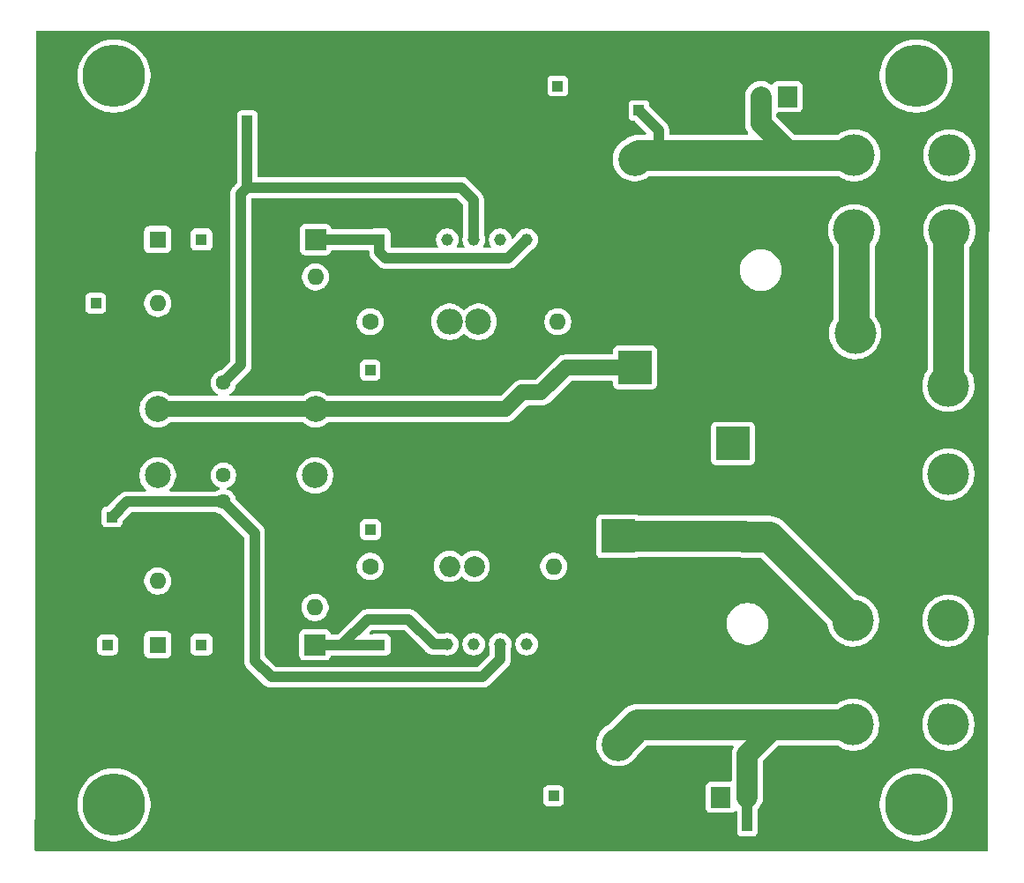
<source format=gbl>
G04 #@! TF.GenerationSoftware,KiCad,Pcbnew,9.0.1*
G04 #@! TF.CreationDate,2025-07-15T15:56:13+03:00*
G04 #@! TF.ProjectId,pcb_no_div,7063625f-6e6f-45f6-9469-762e6b696361,rev?*
G04 #@! TF.SameCoordinates,Original*
G04 #@! TF.FileFunction,Copper,L2,Bot*
G04 #@! TF.FilePolarity,Positive*
%FSLAX46Y46*%
G04 Gerber Fmt 4.6, Leading zero omitted, Abs format (unit mm)*
G04 Created by KiCad (PCBNEW 9.0.1) date 2025-07-15 15:56:13*
%MOMM*%
%LPD*%
G01*
G04 APERTURE LIST*
G04 #@! TA.AperFunction,ComponentPad*
%ADD10C,2.500000*%
G04 #@! TD*
G04 #@! TA.AperFunction,ComponentPad*
%ADD11O,1.600000X1.600000*%
G04 #@! TD*
G04 #@! TA.AperFunction,ComponentPad*
%ADD12R,2.000000X2.000000*%
G04 #@! TD*
G04 #@! TA.AperFunction,ComponentPad*
%ADD13O,2.000000X2.000000*%
G04 #@! TD*
G04 #@! TA.AperFunction,ComponentPad*
%ADD14R,1.000000X1.000000*%
G04 #@! TD*
G04 #@! TA.AperFunction,ComponentPad*
%ADD15R,1.100000X1.100000*%
G04 #@! TD*
G04 #@! TA.AperFunction,ComponentPad*
%ADD16C,1.100000*%
G04 #@! TD*
G04 #@! TA.AperFunction,ComponentPad*
%ADD17C,4.000000*%
G04 #@! TD*
G04 #@! TA.AperFunction,ComponentPad*
%ADD18C,1.600000*%
G04 #@! TD*
G04 #@! TA.AperFunction,ComponentPad*
%ADD19O,2.500000X2.500000*%
G04 #@! TD*
G04 #@! TA.AperFunction,ComponentPad*
%ADD20O,1.905000X2.000000*%
G04 #@! TD*
G04 #@! TA.AperFunction,ComponentPad*
%ADD21R,1.905000X2.000000*%
G04 #@! TD*
G04 #@! TA.AperFunction,ComponentPad*
%ADD22C,1.440000*%
G04 #@! TD*
G04 #@! TA.AperFunction,WasherPad*
%ADD23C,6.000000*%
G04 #@! TD*
G04 #@! TA.AperFunction,ComponentPad*
%ADD24R,1.160000X1.160000*%
G04 #@! TD*
G04 #@! TA.AperFunction,ComponentPad*
%ADD25C,1.160000*%
G04 #@! TD*
G04 #@! TA.AperFunction,ComponentPad*
%ADD26R,3.200000X3.200000*%
G04 #@! TD*
G04 #@! TA.AperFunction,ComponentPad*
%ADD27O,3.200000X3.200000*%
G04 #@! TD*
G04 #@! TA.AperFunction,ComponentPad*
%ADD28R,1.600000X1.600000*%
G04 #@! TD*
G04 #@! TA.AperFunction,ComponentPad*
%ADD29C,2.000000*%
G04 #@! TD*
G04 #@! TA.AperFunction,ViaPad*
%ADD30C,0.600000*%
G04 #@! TD*
G04 #@! TA.AperFunction,Conductor*
%ADD31C,1.500000*%
G04 #@! TD*
G04 #@! TA.AperFunction,Conductor*
%ADD32C,3.000000*%
G04 #@! TD*
G04 #@! TA.AperFunction,Conductor*
%ADD33C,1.000000*%
G04 #@! TD*
G04 #@! TA.AperFunction,Conductor*
%ADD34C,2.000000*%
G04 #@! TD*
G04 #@! TA.AperFunction,Conductor*
%ADD35C,0.127000*%
G04 #@! TD*
G04 #@! TA.AperFunction,Conductor*
%ADD36C,0.500000*%
G04 #@! TD*
G04 APERTURE END LIST*
D10*
X49950000Y-73250000D03*
D11*
X49950000Y-83410000D03*
D12*
X65100000Y-50600000D03*
D13*
X65100000Y-42980000D03*
D14*
X106550000Y-106950000D03*
D10*
X80740000Y-58500000D03*
D11*
X88360000Y-58500000D03*
D15*
X71250000Y-50600000D03*
D16*
X73250000Y-50600000D03*
D12*
X65050000Y-89540000D03*
D13*
X65050000Y-97160000D03*
D17*
X125950000Y-49700000D03*
D14*
X96150000Y-38200000D03*
X87950000Y-104050000D03*
D17*
X116700000Y-97200000D03*
D15*
X71250000Y-89540000D03*
D16*
X73250000Y-89540000D03*
D17*
X125850000Y-64650000D03*
D14*
X44000000Y-56730000D03*
D17*
X116800000Y-42500000D03*
X116900000Y-59600000D03*
X113600000Y-72500000D03*
D15*
X54150000Y-89540000D03*
D16*
X56150000Y-89540000D03*
D14*
X45150000Y-89540000D03*
X58550000Y-39200000D03*
D17*
X125850000Y-97200000D03*
D18*
X70340000Y-58500000D03*
D19*
X77960000Y-58500000D03*
D20*
X107850000Y-36870000D03*
D21*
X110390000Y-36870000D03*
D20*
X105310000Y-36870000D03*
D14*
X88350000Y-35850000D03*
D22*
X56250000Y-66890000D03*
X56250000Y-64350000D03*
X56250000Y-61810000D03*
D17*
X114800000Y-105300000D03*
D22*
X56250000Y-73250000D03*
X56250000Y-75790000D03*
X56250000Y-78330000D03*
D23*
X45750000Y-104900000D03*
D24*
X85360000Y-43000000D03*
D25*
X82820000Y-43000000D03*
X80280000Y-43000000D03*
X77740000Y-43000000D03*
X77740000Y-50620000D03*
X80280000Y-50620000D03*
X82820000Y-50620000D03*
X85360000Y-50620000D03*
D17*
X125950000Y-42500000D03*
X116800000Y-49700000D03*
D26*
X95750000Y-62900000D03*
D27*
X95750000Y-42900000D03*
D10*
X49950000Y-66890000D03*
D11*
X49950000Y-56730000D03*
D23*
X122750000Y-34900000D03*
D28*
X49950000Y-89540000D03*
D11*
X49950000Y-97160000D03*
D20*
X106550000Y-104180000D03*
D21*
X104010000Y-104180000D03*
D20*
X109090000Y-104180000D03*
D17*
X125850000Y-87200000D03*
D18*
X70340000Y-82000000D03*
D13*
X77960000Y-82000000D03*
D14*
X70350000Y-78450000D03*
D26*
X94150000Y-79100000D03*
D27*
X94150000Y-99100000D03*
D15*
X54150000Y-50600000D03*
D16*
X56150000Y-50600000D03*
D23*
X45750000Y-34900000D03*
D17*
X125850000Y-73150000D03*
D29*
X80340000Y-82000000D03*
D11*
X87960000Y-82000000D03*
D26*
X105150000Y-70200000D03*
D27*
X85150000Y-70200000D03*
D14*
X45550000Y-77250000D03*
D28*
X49950000Y-50600000D03*
D11*
X49950000Y-42980000D03*
D14*
X70340000Y-63150000D03*
D23*
X122750000Y-104900000D03*
D17*
X116700000Y-87200000D03*
D10*
X65100000Y-66890000D03*
D11*
X65100000Y-54190000D03*
D24*
X77740000Y-97100000D03*
D25*
X80280000Y-97100000D03*
X82820000Y-97100000D03*
X85360000Y-97100000D03*
X85360000Y-89480000D03*
X82820000Y-89480000D03*
X80280000Y-89480000D03*
X77740000Y-89480000D03*
D10*
X65050000Y-73250000D03*
D11*
X65050000Y-85950000D03*
D30*
X47850000Y-72900000D03*
X47850000Y-69400000D03*
X47850000Y-67750000D03*
X47850000Y-71200000D03*
X45900000Y-71150000D03*
X45900000Y-67700000D03*
X45900000Y-69350000D03*
X45900000Y-72850000D03*
X46700000Y-85600000D03*
X46700000Y-82100000D03*
X46700000Y-80450000D03*
X46700000Y-83900000D03*
X44750000Y-83850000D03*
X44750000Y-80400000D03*
X44750000Y-82050000D03*
X44750000Y-85550000D03*
X57550000Y-82750000D03*
X54050000Y-82750000D03*
X52400000Y-82750000D03*
X55850000Y-82750000D03*
X55800000Y-84700000D03*
X52350000Y-84700000D03*
X54000000Y-84700000D03*
X57500000Y-84700000D03*
X123050000Y-58750000D03*
X123050000Y-55250000D03*
X123050000Y-53600000D03*
X123050000Y-57050000D03*
X121100000Y-57000000D03*
X121100000Y-53550000D03*
X121100000Y-55200000D03*
X121100000Y-58700000D03*
X120950000Y-73300000D03*
X120950000Y-69800000D03*
X120950000Y-68150000D03*
X120950000Y-71600000D03*
X119000000Y-71550000D03*
X119000000Y-68100000D03*
X119000000Y-69750000D03*
X119000000Y-73250000D03*
X120900000Y-81150000D03*
X120900000Y-77650000D03*
X120900000Y-76000000D03*
X120900000Y-79450000D03*
X118950000Y-79400000D03*
X118950000Y-75950000D03*
X118950000Y-77600000D03*
X118950000Y-81100000D03*
X97000000Y-92050000D03*
X97000000Y-88550000D03*
X97000000Y-86900000D03*
X97000000Y-90350000D03*
X95050000Y-90300000D03*
X95050000Y-86850000D03*
X95050000Y-88500000D03*
X95050000Y-92000000D03*
X91950000Y-92050000D03*
X91950000Y-88550000D03*
X91950000Y-86900000D03*
X91950000Y-90350000D03*
X90000000Y-90300000D03*
X90000000Y-86850000D03*
X90000000Y-88500000D03*
X90000000Y-92000000D03*
X99450000Y-55050000D03*
X99450000Y-51550000D03*
X99450000Y-49900000D03*
X99450000Y-53350000D03*
X97500000Y-53300000D03*
X97500000Y-49850000D03*
X97500000Y-51500000D03*
X97500000Y-55000000D03*
X93650000Y-54950000D03*
X93650000Y-51450000D03*
X93650000Y-49800000D03*
X93650000Y-53250000D03*
X91700000Y-53200000D03*
X91700000Y-49750000D03*
X91700000Y-51400000D03*
X91700000Y-54900000D03*
X98300000Y-72850000D03*
X98300000Y-69350000D03*
X98300000Y-67700000D03*
X98300000Y-71150000D03*
X96350000Y-71100000D03*
X96350000Y-67650000D03*
X96350000Y-69300000D03*
X96350000Y-72800000D03*
X91550000Y-72800000D03*
X91550000Y-69300000D03*
X91550000Y-67650000D03*
X91550000Y-71100000D03*
X89600000Y-71050000D03*
X89600000Y-67600000D03*
X89600000Y-69250000D03*
X89600000Y-72750000D03*
X58100000Y-70950000D03*
X63000000Y-70950000D03*
X53000000Y-69000000D03*
X61350000Y-70950000D03*
X51350000Y-69000000D03*
X59650000Y-70950000D03*
X54750000Y-70950000D03*
X56450000Y-70950000D03*
X56500000Y-69000000D03*
X59700000Y-69000000D03*
X61400000Y-69000000D03*
X63050000Y-69000000D03*
X51300000Y-70950000D03*
X52950000Y-70950000D03*
X54800000Y-69000000D03*
X58150000Y-69000000D03*
X76850000Y-71450000D03*
X81750000Y-71450000D03*
X71750000Y-69500000D03*
X80100000Y-71450000D03*
X70100000Y-69500000D03*
X78400000Y-71450000D03*
X73500000Y-71450000D03*
X75200000Y-71450000D03*
X75250000Y-69500000D03*
X78450000Y-69500000D03*
X80150000Y-69500000D03*
X81800000Y-69500000D03*
X70050000Y-71450000D03*
X71700000Y-71450000D03*
X73550000Y-69500000D03*
X76900000Y-69500000D03*
X44650000Y-99100000D03*
X46600000Y-99150000D03*
X46600000Y-100800000D03*
X46600000Y-97450000D03*
X44650000Y-100750000D03*
X44650000Y-97400000D03*
X44850000Y-94100000D03*
X46800000Y-94150000D03*
X46800000Y-95800000D03*
X46800000Y-92450000D03*
X44850000Y-95750000D03*
X44850000Y-92400000D03*
X42300000Y-99300000D03*
X40350000Y-99250000D03*
X42300000Y-100950000D03*
X42300000Y-97600000D03*
X40350000Y-96000000D03*
X40350000Y-92650000D03*
X42300000Y-94400000D03*
X40350000Y-94350000D03*
X40350000Y-97550000D03*
X42300000Y-92700000D03*
X40350000Y-100900000D03*
X42300000Y-96050000D03*
X84300000Y-108250000D03*
X94400000Y-106300000D03*
X96550000Y-106300000D03*
X98200000Y-108250000D03*
X101650000Y-108250000D03*
X82650000Y-108250000D03*
X92750000Y-106300000D03*
X96500000Y-108250000D03*
X100050000Y-106300000D03*
X89250000Y-106300000D03*
X84350000Y-106300000D03*
X98250000Y-106300000D03*
X100000000Y-108250000D03*
X92700000Y-108250000D03*
X101700000Y-106300000D03*
X90900000Y-108250000D03*
X90950000Y-106300000D03*
X86050000Y-106300000D03*
X89200000Y-108250000D03*
X82700000Y-106300000D03*
X87600000Y-106300000D03*
X86000000Y-108250000D03*
X94350000Y-108250000D03*
X87550000Y-108250000D03*
X79900000Y-100700000D03*
X79900000Y-107050000D03*
X79950000Y-105100000D03*
X81600000Y-105100000D03*
X81550000Y-100700000D03*
X81550000Y-107050000D03*
X79850000Y-102650000D03*
X81500000Y-102650000D03*
X72550000Y-105200000D03*
X74200000Y-107150000D03*
X77650000Y-107150000D03*
X72500000Y-107150000D03*
X76050000Y-105200000D03*
X74250000Y-105200000D03*
X76000000Y-107150000D03*
X77700000Y-105200000D03*
X72450000Y-102750000D03*
X74150000Y-102750000D03*
X77650000Y-100800000D03*
X74200000Y-100800000D03*
X77600000Y-102750000D03*
X72500000Y-100800000D03*
X75950000Y-102750000D03*
X76000000Y-100800000D03*
X64850000Y-107100000D03*
X68350000Y-107100000D03*
X66600000Y-105150000D03*
X64900000Y-105150000D03*
X66550000Y-107100000D03*
X70000000Y-107100000D03*
X68400000Y-105150000D03*
X70050000Y-105150000D03*
X59250000Y-107100000D03*
X52650000Y-107100000D03*
X62750000Y-105150000D03*
X61050000Y-107100000D03*
X52700000Y-105150000D03*
X57600000Y-105150000D03*
X61100000Y-105150000D03*
X51000000Y-107100000D03*
X51050000Y-105150000D03*
X55950000Y-105150000D03*
X54350000Y-107100000D03*
X62700000Y-107100000D03*
X59300000Y-105150000D03*
X54400000Y-105150000D03*
X57550000Y-107100000D03*
X55900000Y-107100000D03*
X64800000Y-102700000D03*
X68300000Y-102700000D03*
X66550000Y-100750000D03*
X64850000Y-100750000D03*
X66500000Y-102700000D03*
X69950000Y-102700000D03*
X68350000Y-100750000D03*
X70000000Y-100750000D03*
X59200000Y-102700000D03*
X52600000Y-102700000D03*
X62700000Y-100750000D03*
X61000000Y-102700000D03*
X52650000Y-100750000D03*
X57550000Y-100750000D03*
X61050000Y-100750000D03*
X50950000Y-102700000D03*
X51000000Y-100750000D03*
X55900000Y-100750000D03*
X54300000Y-102700000D03*
X62650000Y-102700000D03*
X59250000Y-100750000D03*
X54350000Y-100750000D03*
X57500000Y-102700000D03*
X55850000Y-102700000D03*
X78600000Y-39650000D03*
X82100000Y-37700000D03*
X80400000Y-39650000D03*
X76950000Y-37700000D03*
X80450000Y-37700000D03*
X82050000Y-39650000D03*
X78650000Y-37700000D03*
X76900000Y-39650000D03*
X42300000Y-86400000D03*
X42300000Y-88100000D03*
X42300000Y-81500000D03*
X42300000Y-84850000D03*
X42300000Y-79700000D03*
X42300000Y-89750000D03*
X42300000Y-83200000D03*
X42300000Y-78050000D03*
X40350000Y-84800000D03*
X40350000Y-78000000D03*
X40350000Y-83150000D03*
X40350000Y-88050000D03*
X40350000Y-86350000D03*
X40350000Y-81450000D03*
X40350000Y-79650000D03*
X40350000Y-89700000D03*
X43400000Y-69000000D03*
X43400000Y-70700000D03*
X43400000Y-64100000D03*
X43400000Y-67450000D03*
X43400000Y-62300000D03*
X43400000Y-72350000D03*
X43400000Y-65800000D03*
X43400000Y-60650000D03*
X41450000Y-67400000D03*
X41450000Y-60600000D03*
X41450000Y-65750000D03*
X41450000Y-70650000D03*
X41450000Y-68950000D03*
X41450000Y-64050000D03*
X41450000Y-62250000D03*
X41450000Y-72300000D03*
X66400000Y-39650000D03*
X64700000Y-39650000D03*
X71300000Y-39650000D03*
X67950000Y-39650000D03*
X73100000Y-39650000D03*
X63050000Y-39650000D03*
X69600000Y-39650000D03*
X74750000Y-39650000D03*
X68000000Y-37700000D03*
X74800000Y-37700000D03*
X69650000Y-37700000D03*
X64750000Y-37700000D03*
X66450000Y-37700000D03*
X71350000Y-37700000D03*
X73150000Y-37700000D03*
X63100000Y-37700000D03*
X43350000Y-47900000D03*
X43350000Y-49600000D03*
X43350000Y-43000000D03*
X43350000Y-46350000D03*
X43350000Y-41200000D03*
X43350000Y-51250000D03*
X43350000Y-44700000D03*
X43350000Y-39550000D03*
X41400000Y-46300000D03*
X41400000Y-39500000D03*
X41400000Y-44650000D03*
X41400000Y-49550000D03*
X41400000Y-47850000D03*
X41400000Y-42950000D03*
X41400000Y-41150000D03*
X41400000Y-51200000D03*
X78050000Y-34850000D03*
X56250000Y-34850000D03*
X83150000Y-34850000D03*
X79700000Y-34850000D03*
X75800000Y-34850000D03*
X63050000Y-34850000D03*
X64750000Y-34850000D03*
X57900000Y-34850000D03*
X53000000Y-34850000D03*
X54700000Y-34850000D03*
X59600000Y-34850000D03*
X81400000Y-34850000D03*
X66750000Y-34850000D03*
X74100000Y-34850000D03*
X61400000Y-34850000D03*
X70100000Y-34850000D03*
X72450000Y-34850000D03*
X51350000Y-34850000D03*
X68400000Y-34850000D03*
X84800000Y-34850000D03*
X111050000Y-33150000D03*
X117850000Y-33150000D03*
X112700000Y-33150000D03*
X107800000Y-33150000D03*
X109500000Y-33150000D03*
X114400000Y-33150000D03*
X116200000Y-33150000D03*
X106150000Y-33150000D03*
X93850000Y-33000000D03*
X100650000Y-33000000D03*
X102350000Y-33000000D03*
X95500000Y-33000000D03*
X90600000Y-33000000D03*
X92300000Y-33000000D03*
X97200000Y-33000000D03*
X104350000Y-33000000D03*
X99000000Y-33000000D03*
X88950000Y-33000000D03*
X84850000Y-32900000D03*
X86550000Y-32900000D03*
X83200000Y-32900000D03*
X79750000Y-32900000D03*
X81450000Y-32900000D03*
X78100000Y-32900000D03*
X74150000Y-32900000D03*
X75850000Y-32900000D03*
X72500000Y-32900000D03*
X68450000Y-32900000D03*
X70150000Y-32900000D03*
X66800000Y-32900000D03*
X63100000Y-32900000D03*
X64800000Y-32900000D03*
X61450000Y-32900000D03*
X57950000Y-32900000D03*
X59650000Y-32900000D03*
X56300000Y-32900000D03*
X54750000Y-32900000D03*
X53050000Y-32900000D03*
X51400000Y-32900000D03*
D31*
X65100000Y-66890000D02*
X49950000Y-66890000D01*
X83360000Y-66890000D02*
X84950000Y-65300000D01*
X89150000Y-62900000D02*
X95750000Y-62900000D01*
X65100000Y-66890000D02*
X83360000Y-66890000D01*
D32*
X125850000Y-64650000D02*
X125850000Y-49800000D01*
X116800000Y-49700000D02*
X116800000Y-59500000D01*
D31*
X86750000Y-65300000D02*
X89150000Y-62900000D01*
X84950000Y-65300000D02*
X86750000Y-65300000D01*
D32*
X96150000Y-42500000D02*
X98050000Y-42500000D01*
X104850000Y-42500000D02*
X110900000Y-42500000D01*
D33*
X98050000Y-40100000D02*
X96150000Y-38200000D01*
D34*
X107850000Y-39450000D02*
X107850000Y-36870000D01*
D32*
X98050000Y-42500000D02*
X104850000Y-42500000D01*
X110900000Y-42500000D02*
X116800000Y-42500000D01*
D34*
X110900000Y-42500000D02*
X107850000Y-39450000D01*
D35*
X95750000Y-42900000D02*
X96150000Y-42500000D01*
D33*
X98050000Y-42500000D02*
X98050000Y-40100000D01*
D32*
X96050000Y-97200000D02*
X94150000Y-99100000D01*
X112750000Y-97200000D02*
X116700000Y-97200000D01*
D36*
X94250000Y-99000000D02*
X94150000Y-99100000D01*
D33*
X106550000Y-106950000D02*
X106550000Y-104180000D01*
D34*
X106550000Y-104180000D02*
X106550000Y-100100000D01*
D32*
X105450000Y-97200000D02*
X109450000Y-97200000D01*
D34*
X106550000Y-100100000D02*
X109450000Y-97200000D01*
D32*
X109450000Y-97200000D02*
X112750000Y-97200000D01*
X105450000Y-97200000D02*
X96050000Y-97200000D01*
D33*
X80280000Y-46820000D02*
X80280000Y-50620000D01*
X58550000Y-45600000D02*
X79100000Y-45600000D01*
X57950000Y-62650000D02*
X57950000Y-46200000D01*
X58550000Y-45600000D02*
X58550000Y-39200000D01*
X57950000Y-62650000D02*
X56250000Y-64350000D01*
X79100000Y-45640000D02*
X80280000Y-46820000D01*
D36*
X79100000Y-45600000D02*
X79100000Y-45640000D01*
D33*
X58550000Y-45600000D02*
X57950000Y-46200000D01*
X81100000Y-92650000D02*
X60855944Y-92650000D01*
X47010000Y-75790000D02*
X45550000Y-77250000D01*
X59250000Y-91044056D02*
X59250000Y-78790000D01*
X82820000Y-89480000D02*
X82820000Y-90930000D01*
X82820000Y-90930000D02*
X81100000Y-92650000D01*
X56250000Y-75790000D02*
X47010000Y-75790000D01*
X59250000Y-78790000D02*
X56250000Y-75790000D01*
X60855944Y-92650000D02*
X59250000Y-91044056D01*
D36*
X82850000Y-89510000D02*
X82820000Y-89480000D01*
D33*
X65100000Y-50600000D02*
X71250000Y-50600000D01*
X85360000Y-50620000D02*
X83580000Y-52400000D01*
X83580000Y-52400000D02*
X71850000Y-52400000D01*
X71250000Y-51800000D02*
X71250000Y-50600000D01*
X71850000Y-52400000D02*
X71250000Y-51800000D01*
D36*
X85350000Y-89490000D02*
X85360000Y-89480000D01*
D33*
X77740000Y-89480000D02*
X76430000Y-89480000D01*
X74050000Y-87100000D02*
X70100000Y-87100000D01*
X76430000Y-89480000D02*
X74050000Y-87100000D01*
X70100000Y-87100000D02*
X67700000Y-89500000D01*
X67700000Y-89500000D02*
X67700000Y-89540000D01*
X67700000Y-89540000D02*
X65050000Y-89540000D01*
X69050000Y-89540000D02*
X67700000Y-89540000D01*
X71250000Y-89540000D02*
X69050000Y-89540000D01*
D32*
X108650000Y-79150000D02*
X106200000Y-79150000D01*
X106150000Y-79100000D02*
X94150000Y-79100000D01*
X116700000Y-87200000D02*
X108650000Y-79150000D01*
D34*
X106200000Y-79150000D02*
X106150000Y-79100000D01*
X94200000Y-79150000D02*
X94150000Y-79100000D01*
G04 #@! TA.AperFunction,Conductor*
G36*
X129740973Y-30570185D02*
G01*
X129786728Y-30622989D01*
X129797933Y-30674809D01*
X129603757Y-108199849D01*
X129601062Y-109275811D01*
X129581209Y-109342801D01*
X129528291Y-109388423D01*
X129477062Y-109399500D01*
X38275282Y-109399500D01*
X38208243Y-109379815D01*
X38162488Y-109327011D01*
X38151282Y-109275345D01*
X38152942Y-107950500D01*
X38156978Y-104728034D01*
X42249500Y-104728034D01*
X42249500Y-105071965D01*
X42283210Y-105414249D01*
X42350308Y-105751572D01*
X42450150Y-106080706D01*
X42581770Y-106398464D01*
X42581772Y-106398469D01*
X42743893Y-106701775D01*
X42743904Y-106701793D01*
X42934975Y-106987751D01*
X42934985Y-106987765D01*
X43153176Y-107253632D01*
X43396367Y-107496823D01*
X43396372Y-107496827D01*
X43396373Y-107496828D01*
X43662240Y-107715019D01*
X43948213Y-107906100D01*
X43948222Y-107906105D01*
X43948224Y-107906106D01*
X44251530Y-108068227D01*
X44251532Y-108068227D01*
X44251538Y-108068231D01*
X44569295Y-108199850D01*
X44898422Y-108299690D01*
X45235750Y-108366789D01*
X45578031Y-108400500D01*
X45578034Y-108400500D01*
X45921966Y-108400500D01*
X45921969Y-108400500D01*
X46264250Y-108366789D01*
X46601578Y-108299690D01*
X46930705Y-108199850D01*
X47248462Y-108068231D01*
X47551787Y-107906100D01*
X47837760Y-107715019D01*
X48103627Y-107496828D01*
X48346828Y-107253627D01*
X48565019Y-106987760D01*
X48756100Y-106701787D01*
X48918231Y-106398462D01*
X49049850Y-106080705D01*
X49149690Y-105751578D01*
X49216789Y-105414250D01*
X49250500Y-105071969D01*
X49250500Y-104728031D01*
X49216789Y-104385750D01*
X49149690Y-104048422D01*
X49049850Y-103719295D01*
X48959900Y-103502135D01*
X86949500Y-103502135D01*
X86949500Y-104597870D01*
X86949501Y-104597876D01*
X86955908Y-104657483D01*
X87006202Y-104792328D01*
X87006206Y-104792335D01*
X87092452Y-104907544D01*
X87092455Y-104907547D01*
X87207664Y-104993793D01*
X87207671Y-104993797D01*
X87342517Y-105044091D01*
X87342516Y-105044091D01*
X87349444Y-105044835D01*
X87402127Y-105050500D01*
X88497872Y-105050499D01*
X88557483Y-105044091D01*
X88692331Y-104993796D01*
X88807546Y-104907546D01*
X88893796Y-104792331D01*
X88944091Y-104657483D01*
X88950500Y-104597873D01*
X88950499Y-103502128D01*
X88944091Y-103442517D01*
X88893796Y-103307669D01*
X88893795Y-103307668D01*
X88893793Y-103307664D01*
X88807547Y-103192455D01*
X88807544Y-103192452D01*
X88692335Y-103106206D01*
X88692328Y-103106202D01*
X88557482Y-103055908D01*
X88557483Y-103055908D01*
X88497883Y-103049501D01*
X88497881Y-103049500D01*
X88497873Y-103049500D01*
X88497864Y-103049500D01*
X87402129Y-103049500D01*
X87402123Y-103049501D01*
X87342516Y-103055908D01*
X87207671Y-103106202D01*
X87207664Y-103106206D01*
X87092455Y-103192452D01*
X87092452Y-103192455D01*
X87006206Y-103307664D01*
X87006202Y-103307671D01*
X86955908Y-103442517D01*
X86949501Y-103502116D01*
X86949501Y-103502123D01*
X86949500Y-103502135D01*
X48959900Y-103502135D01*
X48918231Y-103401538D01*
X48774227Y-103132127D01*
X48756106Y-103098224D01*
X48756105Y-103098222D01*
X48756100Y-103098213D01*
X48565019Y-102812240D01*
X48346828Y-102546373D01*
X48346827Y-102546372D01*
X48346823Y-102546367D01*
X48103632Y-102303176D01*
X47837765Y-102084985D01*
X47837764Y-102084984D01*
X47837760Y-102084981D01*
X47551787Y-101893900D01*
X47551782Y-101893897D01*
X47551775Y-101893893D01*
X47248469Y-101731772D01*
X47248464Y-101731770D01*
X46930706Y-101600150D01*
X46601572Y-101500308D01*
X46264248Y-101433210D01*
X46264249Y-101433210D01*
X46006456Y-101407821D01*
X45921969Y-101399500D01*
X45578031Y-101399500D01*
X45499966Y-101407188D01*
X45235750Y-101433210D01*
X44898427Y-101500308D01*
X44569293Y-101600150D01*
X44251535Y-101731770D01*
X44251530Y-101731772D01*
X43948224Y-101893893D01*
X43948206Y-101893904D01*
X43662248Y-102084975D01*
X43662234Y-102084985D01*
X43396367Y-102303176D01*
X43153176Y-102546367D01*
X42934985Y-102812234D01*
X42934975Y-102812248D01*
X42743904Y-103098206D01*
X42743893Y-103098224D01*
X42581772Y-103401530D01*
X42581770Y-103401535D01*
X42450150Y-103719293D01*
X42350308Y-104048427D01*
X42283210Y-104385750D01*
X42249500Y-104728034D01*
X38156978Y-104728034D01*
X38164198Y-98962332D01*
X92049500Y-98962332D01*
X92049500Y-99237667D01*
X92049501Y-99237684D01*
X92085438Y-99510655D01*
X92085439Y-99510660D01*
X92085440Y-99510666D01*
X92111134Y-99606556D01*
X92156704Y-99776630D01*
X92262075Y-100031017D01*
X92262080Y-100031028D01*
X92284158Y-100069267D01*
X92399751Y-100269479D01*
X92399753Y-100269482D01*
X92399754Y-100269483D01*
X92567370Y-100487926D01*
X92567376Y-100487933D01*
X92762066Y-100682623D01*
X92762073Y-100682629D01*
X92812766Y-100721527D01*
X92980521Y-100850249D01*
X93133778Y-100938732D01*
X93218971Y-100987919D01*
X93218976Y-100987921D01*
X93218979Y-100987923D01*
X93473368Y-101093295D01*
X93739334Y-101164560D01*
X94012326Y-101200500D01*
X94012333Y-101200500D01*
X94287667Y-101200500D01*
X94287674Y-101200500D01*
X94560666Y-101164560D01*
X94826632Y-101093295D01*
X95081021Y-100987923D01*
X95319479Y-100850249D01*
X95537928Y-100682628D01*
X95732628Y-100487928D01*
X95900249Y-100269479D01*
X96015841Y-100069266D01*
X96035543Y-100043589D01*
X96842315Y-99236819D01*
X96903638Y-99203334D01*
X96929996Y-99200500D01*
X105121918Y-99200500D01*
X105188957Y-99220185D01*
X105234712Y-99272989D01*
X105244656Y-99342147D01*
X105232404Y-99380790D01*
X105182662Y-99478416D01*
X105170355Y-99502568D01*
X105159429Y-99524013D01*
X105086447Y-99748627D01*
X105086447Y-99748630D01*
X105049500Y-99981902D01*
X105049500Y-102555500D01*
X105029815Y-102622539D01*
X104977011Y-102668294D01*
X104925500Y-102679500D01*
X103009629Y-102679500D01*
X103009623Y-102679501D01*
X102950016Y-102685908D01*
X102815171Y-102736202D01*
X102815164Y-102736206D01*
X102699955Y-102822452D01*
X102699952Y-102822455D01*
X102613706Y-102937664D01*
X102613702Y-102937671D01*
X102563408Y-103072517D01*
X102557001Y-103132116D01*
X102557000Y-103132135D01*
X102557000Y-105227870D01*
X102557001Y-105227876D01*
X102563408Y-105287483D01*
X102613702Y-105422328D01*
X102613706Y-105422335D01*
X102699952Y-105537544D01*
X102699955Y-105537547D01*
X102815164Y-105623793D01*
X102815171Y-105623797D01*
X102950017Y-105674091D01*
X102950016Y-105674091D01*
X102956944Y-105674835D01*
X103009627Y-105680500D01*
X105010372Y-105680499D01*
X105069983Y-105674091D01*
X105204831Y-105623796D01*
X105320046Y-105537546D01*
X105326233Y-105529280D01*
X105382166Y-105487409D01*
X105451858Y-105482425D01*
X105513181Y-105515909D01*
X105546666Y-105577232D01*
X105549500Y-105603591D01*
X105549500Y-107497870D01*
X105549501Y-107497876D01*
X105555908Y-107557483D01*
X105606202Y-107692328D01*
X105606206Y-107692335D01*
X105692452Y-107807544D01*
X105692455Y-107807547D01*
X105807664Y-107893793D01*
X105807671Y-107893797D01*
X105840644Y-107906095D01*
X105942517Y-107944091D01*
X106002127Y-107950500D01*
X106451456Y-107950499D01*
X106451459Y-107950500D01*
X106648541Y-107950500D01*
X106648543Y-107950499D01*
X107097872Y-107950499D01*
X107157483Y-107944091D01*
X107292331Y-107893796D01*
X107407546Y-107807546D01*
X107493796Y-107692331D01*
X107544091Y-107557483D01*
X107550500Y-107497873D01*
X107550500Y-106987760D01*
X107550500Y-105352889D01*
X107570185Y-105285850D01*
X107586819Y-105265208D01*
X107637001Y-105215026D01*
X107694517Y-105157510D01*
X107833343Y-104966433D01*
X107940568Y-104755992D01*
X107949652Y-104728034D01*
X119249500Y-104728034D01*
X119249500Y-105071965D01*
X119283210Y-105414249D01*
X119350308Y-105751572D01*
X119450150Y-106080706D01*
X119581770Y-106398464D01*
X119581772Y-106398469D01*
X119743893Y-106701775D01*
X119743904Y-106701793D01*
X119934975Y-106987751D01*
X119934985Y-106987765D01*
X120153176Y-107253632D01*
X120396367Y-107496823D01*
X120396372Y-107496827D01*
X120396373Y-107496828D01*
X120662240Y-107715019D01*
X120948213Y-107906100D01*
X120948222Y-107906105D01*
X120948224Y-107906106D01*
X121251530Y-108068227D01*
X121251532Y-108068227D01*
X121251538Y-108068231D01*
X121569295Y-108199850D01*
X121898422Y-108299690D01*
X122235750Y-108366789D01*
X122578031Y-108400500D01*
X122578034Y-108400500D01*
X122921966Y-108400500D01*
X122921969Y-108400500D01*
X123264250Y-108366789D01*
X123601578Y-108299690D01*
X123930705Y-108199850D01*
X124248462Y-108068231D01*
X124551787Y-107906100D01*
X124837760Y-107715019D01*
X125103627Y-107496828D01*
X125346828Y-107253627D01*
X125565019Y-106987760D01*
X125756100Y-106701787D01*
X125918231Y-106398462D01*
X126049850Y-106080705D01*
X126149690Y-105751578D01*
X126216789Y-105414250D01*
X126250500Y-105071969D01*
X126250500Y-104728031D01*
X126216789Y-104385750D01*
X126149690Y-104048422D01*
X126049850Y-103719295D01*
X125918231Y-103401538D01*
X125774227Y-103132127D01*
X125756106Y-103098224D01*
X125756105Y-103098222D01*
X125756100Y-103098213D01*
X125565019Y-102812240D01*
X125346828Y-102546373D01*
X125346827Y-102546372D01*
X125346823Y-102546367D01*
X125103632Y-102303176D01*
X124837765Y-102084985D01*
X124837764Y-102084984D01*
X124837760Y-102084981D01*
X124551787Y-101893900D01*
X124551782Y-101893897D01*
X124551775Y-101893893D01*
X124248469Y-101731772D01*
X124248464Y-101731770D01*
X123930706Y-101600150D01*
X123601572Y-101500308D01*
X123264248Y-101433210D01*
X123264249Y-101433210D01*
X123006456Y-101407821D01*
X122921969Y-101399500D01*
X122578031Y-101399500D01*
X122499966Y-101407188D01*
X122235750Y-101433210D01*
X121898427Y-101500308D01*
X121569293Y-101600150D01*
X121251535Y-101731770D01*
X121251530Y-101731772D01*
X120948224Y-101893893D01*
X120948206Y-101893904D01*
X120662248Y-102084975D01*
X120662234Y-102084985D01*
X120396367Y-102303176D01*
X120153176Y-102546367D01*
X119934985Y-102812234D01*
X119934975Y-102812248D01*
X119743904Y-103098206D01*
X119743893Y-103098224D01*
X119581772Y-103401530D01*
X119581770Y-103401535D01*
X119450150Y-103719293D01*
X119350308Y-104048427D01*
X119283210Y-104385750D01*
X119249500Y-104728034D01*
X107949652Y-104728034D01*
X108013553Y-104531368D01*
X108050500Y-104298097D01*
X108050500Y-100772889D01*
X108070185Y-100705850D01*
X108086819Y-100685208D01*
X109535208Y-99236819D01*
X109596531Y-99203334D01*
X109622889Y-99200500D01*
X112618880Y-99200500D01*
X115154667Y-99200500D01*
X115221706Y-99220185D01*
X115231979Y-99227552D01*
X115250752Y-99242523D01*
X115488555Y-99391945D01*
X115741592Y-99513801D01*
X115940680Y-99583465D01*
X116006670Y-99606556D01*
X116006682Y-99606560D01*
X116280491Y-99669055D01*
X116280497Y-99669055D01*
X116280505Y-99669057D01*
X116466547Y-99690018D01*
X116559569Y-99700499D01*
X116559572Y-99700500D01*
X116559575Y-99700500D01*
X116840428Y-99700500D01*
X116840429Y-99700499D01*
X116983055Y-99684429D01*
X117119494Y-99669057D01*
X117119499Y-99669056D01*
X117119509Y-99669055D01*
X117393318Y-99606560D01*
X117658408Y-99513801D01*
X117911445Y-99391945D01*
X118149248Y-99242523D01*
X118368825Y-99067416D01*
X118567416Y-98868825D01*
X118742523Y-98649248D01*
X118891945Y-98411445D01*
X119013801Y-98158408D01*
X119106560Y-97893318D01*
X119169055Y-97619509D01*
X119200500Y-97340425D01*
X119200500Y-97059575D01*
X119200499Y-97059568D01*
X123349500Y-97059568D01*
X123349500Y-97340431D01*
X123380942Y-97619494D01*
X123380945Y-97619512D01*
X123443439Y-97893317D01*
X123443443Y-97893329D01*
X123536200Y-98158411D01*
X123658053Y-98411442D01*
X123658055Y-98411445D01*
X123807477Y-98649248D01*
X123982584Y-98868825D01*
X124181175Y-99067416D01*
X124400752Y-99242523D01*
X124638555Y-99391945D01*
X124891592Y-99513801D01*
X125090680Y-99583465D01*
X125156670Y-99606556D01*
X125156682Y-99606560D01*
X125430491Y-99669055D01*
X125430497Y-99669055D01*
X125430505Y-99669057D01*
X125616547Y-99690018D01*
X125709569Y-99700499D01*
X125709572Y-99700500D01*
X125709575Y-99700500D01*
X125990428Y-99700500D01*
X125990429Y-99700499D01*
X126133055Y-99684429D01*
X126269494Y-99669057D01*
X126269499Y-99669056D01*
X126269509Y-99669055D01*
X126543318Y-99606560D01*
X126808408Y-99513801D01*
X127061445Y-99391945D01*
X127299248Y-99242523D01*
X127518825Y-99067416D01*
X127717416Y-98868825D01*
X127892523Y-98649248D01*
X128041945Y-98411445D01*
X128163801Y-98158408D01*
X128256560Y-97893318D01*
X128319055Y-97619509D01*
X128350500Y-97340425D01*
X128350500Y-97059575D01*
X128319055Y-96780491D01*
X128256560Y-96506682D01*
X128163801Y-96241592D01*
X128041945Y-95988555D01*
X127892523Y-95750752D01*
X127717416Y-95531175D01*
X127518825Y-95332584D01*
X127299248Y-95157477D01*
X127061445Y-95008055D01*
X127061442Y-95008053D01*
X126808411Y-94886200D01*
X126543329Y-94793443D01*
X126543317Y-94793439D01*
X126269512Y-94730945D01*
X126269494Y-94730942D01*
X125990431Y-94699500D01*
X125990425Y-94699500D01*
X125709575Y-94699500D01*
X125709568Y-94699500D01*
X125430505Y-94730942D01*
X125430487Y-94730945D01*
X125156682Y-94793439D01*
X125156670Y-94793443D01*
X124891588Y-94886200D01*
X124638557Y-95008053D01*
X124400753Y-95157476D01*
X124181175Y-95332583D01*
X123982583Y-95531175D01*
X123807476Y-95750753D01*
X123658053Y-95988557D01*
X123536200Y-96241588D01*
X123443443Y-96506670D01*
X123443439Y-96506682D01*
X123380945Y-96780487D01*
X123380942Y-96780505D01*
X123349500Y-97059568D01*
X119200499Y-97059568D01*
X119169055Y-96780491D01*
X119106560Y-96506682D01*
X119013801Y-96241592D01*
X118891945Y-95988555D01*
X118742523Y-95750752D01*
X118567416Y-95531175D01*
X118368825Y-95332584D01*
X118149248Y-95157477D01*
X117911445Y-95008055D01*
X117911442Y-95008053D01*
X117658411Y-94886200D01*
X117393329Y-94793443D01*
X117393317Y-94793439D01*
X117119512Y-94730945D01*
X117119494Y-94730942D01*
X116840431Y-94699500D01*
X116840425Y-94699500D01*
X116559575Y-94699500D01*
X116559568Y-94699500D01*
X116280505Y-94730942D01*
X116280487Y-94730945D01*
X116006682Y-94793439D01*
X116006670Y-94793443D01*
X115741588Y-94886200D01*
X115488557Y-95008053D01*
X115250754Y-95157475D01*
X115231979Y-95172448D01*
X115167292Y-95198856D01*
X115154667Y-95199500D01*
X95918872Y-95199500D01*
X95771768Y-95218868D01*
X95771767Y-95218868D01*
X95658888Y-95233728D01*
X95405580Y-95301602D01*
X95163314Y-95401951D01*
X95163299Y-95401958D01*
X94936201Y-95533072D01*
X94886689Y-95571064D01*
X94845868Y-95602388D01*
X94728150Y-95692715D01*
X94728143Y-95692721D01*
X93206412Y-97214452D01*
X93180732Y-97234158D01*
X92980521Y-97349751D01*
X92980512Y-97349757D01*
X92762073Y-97517370D01*
X92762066Y-97517376D01*
X92567376Y-97712066D01*
X92567370Y-97712073D01*
X92399754Y-97930516D01*
X92262080Y-98168971D01*
X92262075Y-98168982D01*
X92156704Y-98423369D01*
X92100500Y-98633125D01*
X92096182Y-98649246D01*
X92085441Y-98689331D01*
X92085438Y-98689344D01*
X92049501Y-98962315D01*
X92049500Y-98962332D01*
X38164198Y-98962332D01*
X38176684Y-88992135D01*
X44149500Y-88992135D01*
X44149500Y-90087870D01*
X44149501Y-90087876D01*
X44155908Y-90147483D01*
X44206202Y-90282328D01*
X44206206Y-90282335D01*
X44292452Y-90397544D01*
X44292455Y-90397547D01*
X44407664Y-90483793D01*
X44407671Y-90483797D01*
X44542517Y-90534091D01*
X44542516Y-90534091D01*
X44549444Y-90534835D01*
X44602127Y-90540500D01*
X45697872Y-90540499D01*
X45757483Y-90534091D01*
X45892331Y-90483796D01*
X46007546Y-90397546D01*
X46093796Y-90282331D01*
X46144091Y-90147483D01*
X46150500Y-90087873D01*
X46150499Y-88992128D01*
X46144091Y-88932517D01*
X46137070Y-88913694D01*
X46093797Y-88797671D01*
X46093795Y-88797668D01*
X46067931Y-88763118D01*
X46067930Y-88763116D01*
X46014793Y-88692135D01*
X48649500Y-88692135D01*
X48649500Y-90387870D01*
X48649501Y-90387876D01*
X48655908Y-90447483D01*
X48706202Y-90582328D01*
X48706206Y-90582335D01*
X48792452Y-90697544D01*
X48792455Y-90697547D01*
X48907664Y-90783793D01*
X48907671Y-90783797D01*
X49042517Y-90834091D01*
X49042516Y-90834091D01*
X49049444Y-90834835D01*
X49102127Y-90840500D01*
X50797872Y-90840499D01*
X50857483Y-90834091D01*
X50992331Y-90783796D01*
X51107546Y-90697546D01*
X51193796Y-90582331D01*
X51244091Y-90447483D01*
X51250500Y-90387873D01*
X51250499Y-88942135D01*
X53099500Y-88942135D01*
X53099500Y-90137870D01*
X53099501Y-90137876D01*
X53105908Y-90197483D01*
X53156202Y-90332328D01*
X53156206Y-90332335D01*
X53242452Y-90447544D01*
X53242455Y-90447547D01*
X53357664Y-90533793D01*
X53357671Y-90533797D01*
X53492517Y-90584091D01*
X53492516Y-90584091D01*
X53499444Y-90584835D01*
X53552127Y-90590500D01*
X54747872Y-90590499D01*
X54807483Y-90584091D01*
X54942331Y-90533796D01*
X55057546Y-90447546D01*
X55143796Y-90332331D01*
X55194091Y-90197483D01*
X55200500Y-90137873D01*
X55200499Y-88942128D01*
X55194091Y-88882517D01*
X55188984Y-88868825D01*
X55143797Y-88747671D01*
X55143793Y-88747664D01*
X55057547Y-88632455D01*
X55057544Y-88632452D01*
X54942335Y-88546206D01*
X54942328Y-88546202D01*
X54807482Y-88495908D01*
X54807483Y-88495908D01*
X54747883Y-88489501D01*
X54747881Y-88489500D01*
X54747873Y-88489500D01*
X54747864Y-88489500D01*
X53552129Y-88489500D01*
X53552123Y-88489501D01*
X53492516Y-88495908D01*
X53357671Y-88546202D01*
X53357664Y-88546206D01*
X53242455Y-88632452D01*
X53242452Y-88632455D01*
X53156206Y-88747664D01*
X53156202Y-88747671D01*
X53105908Y-88882517D01*
X53100533Y-88932516D01*
X53099501Y-88942123D01*
X53099500Y-88942135D01*
X51250499Y-88942135D01*
X51250499Y-88692128D01*
X51244091Y-88632517D01*
X51230546Y-88596202D01*
X51193797Y-88497671D01*
X51193793Y-88497664D01*
X51107547Y-88382455D01*
X51107544Y-88382452D01*
X50992335Y-88296206D01*
X50992328Y-88296202D01*
X50857482Y-88245908D01*
X50857483Y-88245908D01*
X50797883Y-88239501D01*
X50797881Y-88239500D01*
X50797873Y-88239500D01*
X50797864Y-88239500D01*
X49102129Y-88239500D01*
X49102123Y-88239501D01*
X49042516Y-88245908D01*
X48907671Y-88296202D01*
X48907664Y-88296206D01*
X48792455Y-88382452D01*
X48792452Y-88382455D01*
X48706206Y-88497664D01*
X48706202Y-88497671D01*
X48655908Y-88632517D01*
X48650540Y-88682452D01*
X48649501Y-88692123D01*
X48649500Y-88692135D01*
X46014793Y-88692135D01*
X46007547Y-88682455D01*
X46007544Y-88682452D01*
X45892335Y-88596206D01*
X45892328Y-88596202D01*
X45757482Y-88545908D01*
X45757483Y-88545908D01*
X45697883Y-88539501D01*
X45697881Y-88539500D01*
X45697873Y-88539500D01*
X45697864Y-88539500D01*
X44602129Y-88539500D01*
X44602123Y-88539501D01*
X44542516Y-88545908D01*
X44407671Y-88596202D01*
X44407664Y-88596206D01*
X44292455Y-88682452D01*
X44292452Y-88682455D01*
X44206206Y-88797664D01*
X44206202Y-88797671D01*
X44155908Y-88932517D01*
X44149501Y-88992116D01*
X44149501Y-88992123D01*
X44149500Y-88992135D01*
X38176684Y-88992135D01*
X38183803Y-83307648D01*
X48649500Y-83307648D01*
X48649500Y-83512351D01*
X48681522Y-83714534D01*
X48744781Y-83909223D01*
X48837715Y-84091613D01*
X48958028Y-84257213D01*
X49102786Y-84401971D01*
X49257749Y-84514556D01*
X49268390Y-84522287D01*
X49384607Y-84581503D01*
X49450776Y-84615218D01*
X49450778Y-84615218D01*
X49450781Y-84615220D01*
X49555137Y-84649127D01*
X49645465Y-84678477D01*
X49664697Y-84681523D01*
X49847648Y-84710500D01*
X49847649Y-84710500D01*
X50052351Y-84710500D01*
X50052352Y-84710500D01*
X50254534Y-84678477D01*
X50449219Y-84615220D01*
X50631610Y-84522287D01*
X50724590Y-84454732D01*
X50797213Y-84401971D01*
X50797215Y-84401968D01*
X50797219Y-84401966D01*
X50941966Y-84257219D01*
X50941968Y-84257215D01*
X50941971Y-84257213D01*
X50994732Y-84184590D01*
X51062287Y-84091610D01*
X51155220Y-83909219D01*
X51218477Y-83714534D01*
X51250500Y-83512352D01*
X51250500Y-83307648D01*
X51234277Y-83205220D01*
X51218477Y-83105465D01*
X51181352Y-82991207D01*
X51155220Y-82910781D01*
X51155218Y-82910778D01*
X51155218Y-82910776D01*
X51091861Y-82786433D01*
X51062287Y-82728390D01*
X51028300Y-82681610D01*
X50941971Y-82562786D01*
X50797213Y-82418028D01*
X50631613Y-82297715D01*
X50631612Y-82297714D01*
X50631610Y-82297713D01*
X50574653Y-82268691D01*
X50449223Y-82204781D01*
X50254534Y-82141522D01*
X50079995Y-82113878D01*
X50052352Y-82109500D01*
X49847648Y-82109500D01*
X49823329Y-82113351D01*
X49645465Y-82141522D01*
X49450776Y-82204781D01*
X49268386Y-82297715D01*
X49102786Y-82418028D01*
X48958028Y-82562786D01*
X48837715Y-82728386D01*
X48744781Y-82910776D01*
X48681522Y-83105465D01*
X48649500Y-83307648D01*
X38183803Y-83307648D01*
X38192075Y-76702135D01*
X44549500Y-76702135D01*
X44549500Y-77797870D01*
X44549501Y-77797876D01*
X44555908Y-77857483D01*
X44606202Y-77992328D01*
X44606206Y-77992335D01*
X44692452Y-78107544D01*
X44692455Y-78107547D01*
X44807664Y-78193793D01*
X44807671Y-78193797D01*
X44852618Y-78210561D01*
X44942517Y-78244091D01*
X45002127Y-78250500D01*
X45451457Y-78250499D01*
X45451460Y-78250500D01*
X45648540Y-78250500D01*
X45648542Y-78250499D01*
X46097872Y-78250499D01*
X46157483Y-78244091D01*
X46292331Y-78193796D01*
X46407546Y-78107546D01*
X46493796Y-77992331D01*
X46544091Y-77857483D01*
X46550500Y-77797873D01*
X46550499Y-77715780D01*
X46570183Y-77648743D01*
X46586813Y-77628105D01*
X47388101Y-76826819D01*
X47449424Y-76793334D01*
X47475782Y-76790500D01*
X55510342Y-76790500D01*
X55577381Y-76810185D01*
X55583220Y-76814177D01*
X55610319Y-76833865D01*
X55781491Y-76921082D01*
X55781493Y-76921083D01*
X55964192Y-76980445D01*
X55964193Y-76980445D01*
X55964199Y-76980447D01*
X55997275Y-76985685D01*
X56060407Y-77015613D01*
X56065557Y-77020477D01*
X58213181Y-79168101D01*
X58246666Y-79229424D01*
X58249500Y-79255782D01*
X58249500Y-91142597D01*
X58249500Y-91142599D01*
X58249499Y-91142599D01*
X58287947Y-91335885D01*
X58287950Y-91335895D01*
X58363364Y-91517963D01*
X58363371Y-91517976D01*
X58472860Y-91681837D01*
X58472863Y-91681841D01*
X58616537Y-91825515D01*
X58616559Y-91825535D01*
X60075679Y-93284655D01*
X60075708Y-93284686D01*
X60218158Y-93427136D01*
X60218162Y-93427139D01*
X60382023Y-93536628D01*
X60382036Y-93536635D01*
X60510777Y-93589961D01*
X60553688Y-93607735D01*
X60564108Y-93612051D01*
X60660756Y-93631275D01*
X60709079Y-93640887D01*
X60757402Y-93650500D01*
X60757403Y-93650500D01*
X81198542Y-93650500D01*
X81229566Y-93644328D01*
X81295188Y-93631275D01*
X81391836Y-93612051D01*
X81445165Y-93589961D01*
X81573914Y-93536632D01*
X81737782Y-93427139D01*
X81877139Y-93287782D01*
X81877139Y-93287780D01*
X81887347Y-93277573D01*
X81887348Y-93277570D01*
X83597139Y-91567782D01*
X83634129Y-91512421D01*
X83706631Y-91403916D01*
X83706636Y-91403906D01*
X83782049Y-91221839D01*
X83782051Y-91221835D01*
X83797813Y-91142597D01*
X83820500Y-91028543D01*
X83820500Y-89916989D01*
X83826569Y-89878671D01*
X83873894Y-89733018D01*
X83900500Y-89565037D01*
X83900500Y-89394963D01*
X84279500Y-89394963D01*
X84279500Y-89565036D01*
X84306106Y-89733019D01*
X84358658Y-89894761D01*
X84358660Y-89894764D01*
X84358661Y-89894768D01*
X84435874Y-90046305D01*
X84535841Y-90183898D01*
X84656102Y-90304159D01*
X84793695Y-90404126D01*
X84945232Y-90481339D01*
X84945237Y-90481340D01*
X84945238Y-90481341D01*
X84965627Y-90487965D01*
X85106982Y-90533894D01*
X85274963Y-90560500D01*
X85274964Y-90560500D01*
X85445036Y-90560500D01*
X85445037Y-90560500D01*
X85613018Y-90533894D01*
X85774768Y-90481339D01*
X85926305Y-90404126D01*
X86063898Y-90304159D01*
X86184159Y-90183898D01*
X86284126Y-90046305D01*
X86361339Y-89894768D01*
X86413894Y-89733018D01*
X86440500Y-89565037D01*
X86440500Y-89394963D01*
X86413894Y-89226982D01*
X86361339Y-89065232D01*
X86284126Y-88913695D01*
X86184159Y-88776102D01*
X86063898Y-88655841D01*
X85926305Y-88555874D01*
X85774768Y-88478661D01*
X85774764Y-88478660D01*
X85774761Y-88478658D01*
X85613019Y-88426106D01*
X85529027Y-88412803D01*
X85445037Y-88399500D01*
X85274963Y-88399500D01*
X85229568Y-88406690D01*
X85106980Y-88426106D01*
X84945238Y-88478658D01*
X84793694Y-88555874D01*
X84656099Y-88655843D01*
X84535843Y-88776099D01*
X84435874Y-88913694D01*
X84358658Y-89065238D01*
X84306106Y-89226980D01*
X84279500Y-89394963D01*
X83900500Y-89394963D01*
X83873894Y-89226982D01*
X83821339Y-89065232D01*
X83744126Y-88913695D01*
X83644159Y-88776102D01*
X83523898Y-88655841D01*
X83386305Y-88555874D01*
X83234768Y-88478661D01*
X83234764Y-88478660D01*
X83234761Y-88478658D01*
X83073019Y-88426106D01*
X82989027Y-88412803D01*
X82905037Y-88399500D01*
X82734963Y-88399500D01*
X82689568Y-88406690D01*
X82566980Y-88426106D01*
X82405238Y-88478658D01*
X82253694Y-88555874D01*
X82116099Y-88655843D01*
X81995843Y-88776099D01*
X81895874Y-88913694D01*
X81818658Y-89065238D01*
X81766106Y-89226980D01*
X81739500Y-89394963D01*
X81739500Y-89565036D01*
X81766106Y-89733019D01*
X81813431Y-89878671D01*
X81819500Y-89916989D01*
X81819500Y-90464217D01*
X81799815Y-90531256D01*
X81783181Y-90551898D01*
X80721899Y-91613181D01*
X80660576Y-91646666D01*
X80634218Y-91649500D01*
X61321726Y-91649500D01*
X61254687Y-91629815D01*
X61234045Y-91613181D01*
X60286819Y-90665955D01*
X60253334Y-90604632D01*
X60250500Y-90578274D01*
X60250500Y-88492135D01*
X63549500Y-88492135D01*
X63549500Y-90587870D01*
X63549501Y-90587876D01*
X63555908Y-90647483D01*
X63606202Y-90782328D01*
X63606206Y-90782335D01*
X63692452Y-90897544D01*
X63692455Y-90897547D01*
X63807664Y-90983793D01*
X63807671Y-90983797D01*
X63942517Y-91034091D01*
X63942516Y-91034091D01*
X63949444Y-91034835D01*
X64002127Y-91040500D01*
X66097872Y-91040499D01*
X66157483Y-91034091D01*
X66292331Y-90983796D01*
X66407546Y-90897546D01*
X66493796Y-90782331D01*
X66544091Y-90647483D01*
X66544091Y-90647481D01*
X66545874Y-90639938D01*
X66548146Y-90640474D01*
X66570429Y-90586688D01*
X66627823Y-90546843D01*
X66666976Y-90540500D01*
X67601459Y-90540500D01*
X68951459Y-90540500D01*
X70453271Y-90540500D01*
X70496604Y-90548318D01*
X70592517Y-90584091D01*
X70592516Y-90584091D01*
X70599444Y-90584835D01*
X70652127Y-90590500D01*
X71847872Y-90590499D01*
X71907483Y-90584091D01*
X72042331Y-90533796D01*
X72157546Y-90447546D01*
X72243796Y-90332331D01*
X72294091Y-90197483D01*
X72300500Y-90137873D01*
X72300499Y-88942128D01*
X72294091Y-88882517D01*
X72288984Y-88868825D01*
X72243797Y-88747671D01*
X72243793Y-88747664D01*
X72157547Y-88632455D01*
X72157544Y-88632452D01*
X72042335Y-88546206D01*
X72042328Y-88546202D01*
X71907482Y-88495908D01*
X71907483Y-88495908D01*
X71847883Y-88489501D01*
X71847881Y-88489500D01*
X71847873Y-88489500D01*
X71847864Y-88489500D01*
X70652129Y-88489500D01*
X70652123Y-88489501D01*
X70592516Y-88495908D01*
X70496604Y-88531682D01*
X70490974Y-88532697D01*
X70488206Y-88534477D01*
X70453271Y-88539500D01*
X70374783Y-88539500D01*
X70307744Y-88519815D01*
X70261989Y-88467011D01*
X70252045Y-88397853D01*
X70281070Y-88334297D01*
X70287102Y-88327819D01*
X70478102Y-88136819D01*
X70539425Y-88103334D01*
X70565783Y-88100500D01*
X73584218Y-88100500D01*
X73651257Y-88120185D01*
X73671898Y-88136818D01*
X75652860Y-90117781D01*
X75652861Y-90117782D01*
X75732561Y-90197482D01*
X75792219Y-90257140D01*
X75956079Y-90366628D01*
X75956092Y-90366635D01*
X76084833Y-90419961D01*
X76138159Y-90442049D01*
X76138164Y-90442051D01*
X76198100Y-90453973D01*
X76231439Y-90460604D01*
X76331456Y-90480500D01*
X76331459Y-90480500D01*
X76331460Y-90480500D01*
X76528540Y-90480500D01*
X77303011Y-90480500D01*
X77341328Y-90486568D01*
X77486982Y-90533894D01*
X77654963Y-90560500D01*
X77654964Y-90560500D01*
X77825036Y-90560500D01*
X77825037Y-90560500D01*
X77993018Y-90533894D01*
X78154768Y-90481339D01*
X78306305Y-90404126D01*
X78443898Y-90304159D01*
X78564159Y-90183898D01*
X78664126Y-90046305D01*
X78741339Y-89894768D01*
X78793894Y-89733018D01*
X78820500Y-89565037D01*
X78820500Y-89394963D01*
X79199500Y-89394963D01*
X79199500Y-89565036D01*
X79226106Y-89733019D01*
X79278658Y-89894761D01*
X79278660Y-89894764D01*
X79278661Y-89894768D01*
X79355874Y-90046305D01*
X79455841Y-90183898D01*
X79576102Y-90304159D01*
X79713695Y-90404126D01*
X79865232Y-90481339D01*
X79865237Y-90481340D01*
X79865238Y-90481341D01*
X79885627Y-90487965D01*
X80026982Y-90533894D01*
X80194963Y-90560500D01*
X80194964Y-90560500D01*
X80365036Y-90560500D01*
X80365037Y-90560500D01*
X80533018Y-90533894D01*
X80694768Y-90481339D01*
X80846305Y-90404126D01*
X80983898Y-90304159D01*
X81104159Y-90183898D01*
X81204126Y-90046305D01*
X81281339Y-89894768D01*
X81333894Y-89733018D01*
X81360500Y-89565037D01*
X81360500Y-89394963D01*
X81333894Y-89226982D01*
X81281339Y-89065232D01*
X81204126Y-88913695D01*
X81104159Y-88776102D01*
X80983898Y-88655841D01*
X80846305Y-88555874D01*
X80694768Y-88478661D01*
X80694764Y-88478660D01*
X80694761Y-88478658D01*
X80533019Y-88426106D01*
X80449027Y-88412803D01*
X80365037Y-88399500D01*
X80194963Y-88399500D01*
X80149568Y-88406690D01*
X80026980Y-88426106D01*
X79865238Y-88478658D01*
X79713694Y-88555874D01*
X79576099Y-88655843D01*
X79455843Y-88776099D01*
X79355874Y-88913694D01*
X79278658Y-89065238D01*
X79226106Y-89226980D01*
X79199500Y-89394963D01*
X78820500Y-89394963D01*
X78793894Y-89226982D01*
X78741339Y-89065232D01*
X78664126Y-88913695D01*
X78564159Y-88776102D01*
X78443898Y-88655841D01*
X78306305Y-88555874D01*
X78154768Y-88478661D01*
X78154764Y-88478660D01*
X78154761Y-88478658D01*
X77993019Y-88426106D01*
X77909027Y-88412803D01*
X77825037Y-88399500D01*
X77654963Y-88399500D01*
X77609568Y-88406690D01*
X77486980Y-88426106D01*
X77341329Y-88473431D01*
X77303011Y-88479500D01*
X76895783Y-88479500D01*
X76828744Y-88459815D01*
X76808102Y-88443181D01*
X75837423Y-87472502D01*
X75753793Y-87388872D01*
X104549500Y-87388872D01*
X104549500Y-87651127D01*
X104576123Y-87853339D01*
X104583730Y-87911116D01*
X104649992Y-88158411D01*
X104651602Y-88164418D01*
X104651605Y-88164428D01*
X104751953Y-88406690D01*
X104751958Y-88406700D01*
X104883075Y-88633803D01*
X105042718Y-88841851D01*
X105042726Y-88841860D01*
X105228140Y-89027274D01*
X105228148Y-89027281D01*
X105436196Y-89186924D01*
X105663299Y-89318041D01*
X105663309Y-89318046D01*
X105905571Y-89418394D01*
X105905581Y-89418398D01*
X106158884Y-89486270D01*
X106418880Y-89520500D01*
X106418887Y-89520500D01*
X106681113Y-89520500D01*
X106681120Y-89520500D01*
X106941116Y-89486270D01*
X107194419Y-89418398D01*
X107436697Y-89318043D01*
X107663803Y-89186924D01*
X107871851Y-89027282D01*
X107871855Y-89027277D01*
X107871860Y-89027274D01*
X108057274Y-88841860D01*
X108057277Y-88841855D01*
X108057282Y-88841851D01*
X108216924Y-88633803D01*
X108348043Y-88406697D01*
X108448398Y-88164419D01*
X108516270Y-87911116D01*
X108550500Y-87651120D01*
X108550500Y-87388880D01*
X108516270Y-87128884D01*
X108448398Y-86875581D01*
X108448394Y-86875571D01*
X108348046Y-86633309D01*
X108348041Y-86633299D01*
X108216924Y-86406196D01*
X108057281Y-86198148D01*
X108057274Y-86198140D01*
X107871860Y-86012726D01*
X107871851Y-86012718D01*
X107663803Y-85853075D01*
X107436700Y-85721958D01*
X107436690Y-85721953D01*
X107194428Y-85621605D01*
X107194421Y-85621603D01*
X107194419Y-85621602D01*
X106941116Y-85553730D01*
X106883339Y-85546123D01*
X106681127Y-85519500D01*
X106681120Y-85519500D01*
X106418880Y-85519500D01*
X106418872Y-85519500D01*
X106187772Y-85549926D01*
X106158884Y-85553730D01*
X105905581Y-85621602D01*
X105905571Y-85621605D01*
X105663309Y-85721953D01*
X105663299Y-85721958D01*
X105436196Y-85853075D01*
X105228148Y-86012718D01*
X105042718Y-86198148D01*
X104883075Y-86406196D01*
X104751958Y-86633299D01*
X104751953Y-86633309D01*
X104651605Y-86875571D01*
X104651602Y-86875581D01*
X104601576Y-87062284D01*
X104583730Y-87128885D01*
X104549500Y-87388872D01*
X75753793Y-87388872D01*
X74834209Y-86469289D01*
X74834206Y-86469285D01*
X74834206Y-86469286D01*
X74827139Y-86462219D01*
X74827139Y-86462218D01*
X74687782Y-86322861D01*
X74687781Y-86322860D01*
X74687780Y-86322859D01*
X74523920Y-86213371D01*
X74523911Y-86213366D01*
X74451315Y-86183296D01*
X74395165Y-86160038D01*
X74341836Y-86137949D01*
X74341832Y-86137948D01*
X74341828Y-86137946D01*
X74245188Y-86118724D01*
X74148544Y-86099500D01*
X74148541Y-86099500D01*
X70204675Y-86099500D01*
X70204655Y-86099499D01*
X70198541Y-86099499D01*
X70001460Y-86099499D01*
X70001457Y-86099499D01*
X69808172Y-86137946D01*
X69808164Y-86137948D01*
X69626088Y-86213366D01*
X69626079Y-86213371D01*
X69462219Y-86322859D01*
X69462215Y-86322862D01*
X67281899Y-88503181D01*
X67220576Y-88536666D01*
X67194218Y-88539500D01*
X66666977Y-88539500D01*
X66599938Y-88519815D01*
X66554183Y-88467011D01*
X66546733Y-88439865D01*
X66545876Y-88440068D01*
X66544092Y-88432520D01*
X66536230Y-88411442D01*
X66493796Y-88297669D01*
X66493795Y-88297668D01*
X66493793Y-88297664D01*
X66407547Y-88182455D01*
X66407544Y-88182452D01*
X66292335Y-88096206D01*
X66292328Y-88096202D01*
X66157482Y-88045908D01*
X66157483Y-88045908D01*
X66097883Y-88039501D01*
X66097881Y-88039500D01*
X66097873Y-88039500D01*
X66097864Y-88039500D01*
X64002129Y-88039500D01*
X64002123Y-88039501D01*
X63942516Y-88045908D01*
X63807671Y-88096202D01*
X63807664Y-88096206D01*
X63692455Y-88182452D01*
X63692452Y-88182455D01*
X63606206Y-88297664D01*
X63606202Y-88297671D01*
X63555908Y-88432517D01*
X63549501Y-88492116D01*
X63549500Y-88492135D01*
X60250500Y-88492135D01*
X60250500Y-85847648D01*
X63749500Y-85847648D01*
X63749500Y-86052351D01*
X63781522Y-86254534D01*
X63844781Y-86449223D01*
X63937715Y-86631613D01*
X64058028Y-86797213D01*
X64202786Y-86941971D01*
X64357749Y-87054556D01*
X64368390Y-87062287D01*
X64484607Y-87121503D01*
X64550776Y-87155218D01*
X64550778Y-87155218D01*
X64550781Y-87155220D01*
X64655137Y-87189127D01*
X64745465Y-87218477D01*
X64846557Y-87234488D01*
X64947648Y-87250500D01*
X64947649Y-87250500D01*
X65152351Y-87250500D01*
X65152352Y-87250500D01*
X65354534Y-87218477D01*
X65549219Y-87155220D01*
X65731610Y-87062287D01*
X65824590Y-86994732D01*
X65897213Y-86941971D01*
X65897215Y-86941968D01*
X65897219Y-86941966D01*
X66041966Y-86797219D01*
X66041968Y-86797215D01*
X66041971Y-86797213D01*
X66094732Y-86724590D01*
X66162287Y-86631610D01*
X66255220Y-86449219D01*
X66318477Y-86254534D01*
X66350500Y-86052352D01*
X66350500Y-85847648D01*
X66318477Y-85645466D01*
X66255220Y-85450781D01*
X66255218Y-85450778D01*
X66255218Y-85450776D01*
X66221503Y-85384607D01*
X66162287Y-85268390D01*
X66154556Y-85257749D01*
X66041971Y-85102786D01*
X65897213Y-84958028D01*
X65731613Y-84837715D01*
X65731612Y-84837714D01*
X65731610Y-84837713D01*
X65674653Y-84808691D01*
X65549223Y-84744781D01*
X65354534Y-84681522D01*
X65179995Y-84653878D01*
X65152352Y-84649500D01*
X64947648Y-84649500D01*
X64923329Y-84653351D01*
X64745465Y-84681522D01*
X64550776Y-84744781D01*
X64368386Y-84837715D01*
X64202786Y-84958028D01*
X64058028Y-85102786D01*
X63937715Y-85268386D01*
X63844781Y-85450776D01*
X63781522Y-85645465D01*
X63749500Y-85847648D01*
X60250500Y-85847648D01*
X60250500Y-81897648D01*
X69039500Y-81897648D01*
X69039500Y-82102351D01*
X69071522Y-82304534D01*
X69134781Y-82499223D01*
X69227715Y-82681613D01*
X69348028Y-82847213D01*
X69492786Y-82991971D01*
X69647749Y-83104556D01*
X69658390Y-83112287D01*
X69774607Y-83171503D01*
X69840776Y-83205218D01*
X69840778Y-83205218D01*
X69840781Y-83205220D01*
X69945137Y-83239127D01*
X70035465Y-83268477D01*
X70129318Y-83283342D01*
X70237648Y-83300500D01*
X70237649Y-83300500D01*
X70442351Y-83300500D01*
X70442352Y-83300500D01*
X70644534Y-83268477D01*
X70839219Y-83205220D01*
X71021610Y-83112287D01*
X71114590Y-83044732D01*
X71187213Y-82991971D01*
X71187215Y-82991968D01*
X71187219Y-82991966D01*
X71331966Y-82847219D01*
X71331968Y-82847215D01*
X71331971Y-82847213D01*
X71384732Y-82774590D01*
X71452287Y-82681610D01*
X71545220Y-82499219D01*
X71608477Y-82304534D01*
X71640500Y-82102352D01*
X71640500Y-81897648D01*
X71638006Y-81881902D01*
X76459500Y-81881902D01*
X76459500Y-82118097D01*
X76496446Y-82351368D01*
X76569433Y-82575996D01*
X76676657Y-82786433D01*
X76815483Y-82977510D01*
X76982490Y-83144517D01*
X77173567Y-83283343D01*
X77272991Y-83334002D01*
X77384003Y-83390566D01*
X77384005Y-83390566D01*
X77384008Y-83390568D01*
X77504412Y-83429689D01*
X77608631Y-83463553D01*
X77841903Y-83500500D01*
X77841908Y-83500500D01*
X78078097Y-83500500D01*
X78311368Y-83463553D01*
X78535992Y-83390568D01*
X78746433Y-83283343D01*
X78937510Y-83144517D01*
X79062319Y-83019708D01*
X79123642Y-82986223D01*
X79193334Y-82991207D01*
X79237681Y-83019708D01*
X79362490Y-83144517D01*
X79553567Y-83283343D01*
X79652991Y-83334002D01*
X79764003Y-83390566D01*
X79764005Y-83390566D01*
X79764008Y-83390568D01*
X79884412Y-83429689D01*
X79988631Y-83463553D01*
X80221903Y-83500500D01*
X80221908Y-83500500D01*
X80458097Y-83500500D01*
X80691368Y-83463553D01*
X80915992Y-83390568D01*
X81126433Y-83283343D01*
X81317510Y-83144517D01*
X81484517Y-82977510D01*
X81623343Y-82786433D01*
X81730568Y-82575992D01*
X81803553Y-82351368D01*
X81826770Y-82204781D01*
X81840500Y-82118097D01*
X81840500Y-81897648D01*
X86659500Y-81897648D01*
X86659500Y-82102351D01*
X86691522Y-82304534D01*
X86754781Y-82499223D01*
X86847715Y-82681613D01*
X86968028Y-82847213D01*
X87112786Y-82991971D01*
X87267749Y-83104556D01*
X87278390Y-83112287D01*
X87394607Y-83171503D01*
X87460776Y-83205218D01*
X87460778Y-83205218D01*
X87460781Y-83205220D01*
X87565137Y-83239127D01*
X87655465Y-83268477D01*
X87749318Y-83283342D01*
X87857648Y-83300500D01*
X87857649Y-83300500D01*
X88062351Y-83300500D01*
X88062352Y-83300500D01*
X88264534Y-83268477D01*
X88459219Y-83205220D01*
X88641610Y-83112287D01*
X88734590Y-83044732D01*
X88807213Y-82991971D01*
X88807215Y-82991968D01*
X88807219Y-82991966D01*
X88951966Y-82847219D01*
X88951968Y-82847215D01*
X88951971Y-82847213D01*
X89004732Y-82774590D01*
X89072287Y-82681610D01*
X89165220Y-82499219D01*
X89228477Y-82304534D01*
X89260500Y-82102352D01*
X89260500Y-81897648D01*
X89228477Y-81695466D01*
X89213259Y-81648631D01*
X89165218Y-81500776D01*
X89126100Y-81424003D01*
X89072287Y-81318390D01*
X89064556Y-81307749D01*
X88951971Y-81152786D01*
X88807213Y-81008028D01*
X88641613Y-80887715D01*
X88641612Y-80887714D01*
X88641610Y-80887713D01*
X88578355Y-80855483D01*
X88459223Y-80794781D01*
X88264534Y-80731522D01*
X88089995Y-80703878D01*
X88062352Y-80699500D01*
X87857648Y-80699500D01*
X87833329Y-80703351D01*
X87655465Y-80731522D01*
X87460776Y-80794781D01*
X87278386Y-80887715D01*
X87112786Y-81008028D01*
X86968028Y-81152786D01*
X86847715Y-81318386D01*
X86754781Y-81500776D01*
X86691522Y-81695465D01*
X86659500Y-81897648D01*
X81840500Y-81897648D01*
X81840500Y-81881902D01*
X81803553Y-81648631D01*
X81755513Y-81500781D01*
X81730568Y-81424008D01*
X81730566Y-81424005D01*
X81730566Y-81424003D01*
X81623342Y-81213566D01*
X81613849Y-81200500D01*
X81484517Y-81022490D01*
X81317510Y-80855483D01*
X81126433Y-80716657D01*
X80915996Y-80609433D01*
X80691368Y-80536446D01*
X80458097Y-80499500D01*
X80458092Y-80499500D01*
X80221908Y-80499500D01*
X80221903Y-80499500D01*
X79988631Y-80536446D01*
X79764003Y-80609433D01*
X79553566Y-80716657D01*
X79446040Y-80794780D01*
X79362490Y-80855483D01*
X79362488Y-80855485D01*
X79362487Y-80855485D01*
X79237681Y-80980292D01*
X79176358Y-81013777D01*
X79106666Y-81008793D01*
X79062319Y-80980292D01*
X78937512Y-80855485D01*
X78937510Y-80855483D01*
X78746433Y-80716657D01*
X78535996Y-80609433D01*
X78311368Y-80536446D01*
X78078097Y-80499500D01*
X78078092Y-80499500D01*
X77841908Y-80499500D01*
X77841903Y-80499500D01*
X77608631Y-80536446D01*
X77384003Y-80609433D01*
X77173566Y-80716657D01*
X77066040Y-80794780D01*
X76982490Y-80855483D01*
X76982488Y-80855485D01*
X76982487Y-80855485D01*
X76815485Y-81022487D01*
X76815485Y-81022488D01*
X76815483Y-81022490D01*
X76790013Y-81057547D01*
X76676657Y-81213566D01*
X76569433Y-81424003D01*
X76496446Y-81648631D01*
X76459500Y-81881902D01*
X71638006Y-81881902D01*
X71608477Y-81695466D01*
X71593259Y-81648631D01*
X71545218Y-81500776D01*
X71506100Y-81424003D01*
X71452287Y-81318390D01*
X71444556Y-81307749D01*
X71331971Y-81152786D01*
X71187213Y-81008028D01*
X71021613Y-80887715D01*
X71021612Y-80887714D01*
X71021610Y-80887713D01*
X70958355Y-80855483D01*
X70839223Y-80794781D01*
X70644534Y-80731522D01*
X70469995Y-80703878D01*
X70442352Y-80699500D01*
X70237648Y-80699500D01*
X70213329Y-80703351D01*
X70035465Y-80731522D01*
X69840776Y-80794781D01*
X69658386Y-80887715D01*
X69492786Y-81008028D01*
X69348028Y-81152786D01*
X69227715Y-81318386D01*
X69134781Y-81500776D01*
X69071522Y-81695465D01*
X69039500Y-81897648D01*
X60250500Y-81897648D01*
X60250500Y-78691456D01*
X60232463Y-78600782D01*
X60232463Y-78600777D01*
X60212053Y-78498172D01*
X60212052Y-78498165D01*
X60136632Y-78316086D01*
X60136631Y-78316085D01*
X60136628Y-78316079D01*
X60027140Y-78152219D01*
X60027137Y-78152215D01*
X59861409Y-77986487D01*
X59777057Y-77902135D01*
X69349500Y-77902135D01*
X69349500Y-78997870D01*
X69349501Y-78997876D01*
X69355908Y-79057483D01*
X69406202Y-79192328D01*
X69406206Y-79192335D01*
X69492452Y-79307544D01*
X69492455Y-79307547D01*
X69607664Y-79393793D01*
X69607671Y-79393797D01*
X69742517Y-79444091D01*
X69742516Y-79444091D01*
X69749444Y-79444835D01*
X69802127Y-79450500D01*
X70897872Y-79450499D01*
X70957483Y-79444091D01*
X71092331Y-79393796D01*
X71207546Y-79307546D01*
X71293796Y-79192331D01*
X71344091Y-79057483D01*
X71350500Y-78997873D01*
X71350499Y-77902128D01*
X71344091Y-77842517D01*
X71293796Y-77707669D01*
X71293795Y-77707668D01*
X71293793Y-77707664D01*
X71242123Y-77638643D01*
X71207546Y-77592454D01*
X71092331Y-77506204D01*
X71092328Y-77506202D01*
X70957482Y-77455908D01*
X70957483Y-77455908D01*
X70922385Y-77452135D01*
X92049500Y-77452135D01*
X92049500Y-80747870D01*
X92049501Y-80747876D01*
X92055908Y-80807483D01*
X92106202Y-80942328D01*
X92106206Y-80942335D01*
X92192452Y-81057544D01*
X92192455Y-81057547D01*
X92307664Y-81143793D01*
X92307671Y-81143797D01*
X92442517Y-81194091D01*
X92442516Y-81194091D01*
X92449444Y-81194835D01*
X92502127Y-81200500D01*
X95797872Y-81200499D01*
X95857483Y-81194091D01*
X95992331Y-81143796D01*
X96017128Y-81125233D01*
X96082592Y-81100816D01*
X96091439Y-81100500D01*
X105733705Y-81100500D01*
X105765797Y-81104725D01*
X105808884Y-81116270D01*
X106068880Y-81150500D01*
X107770004Y-81150500D01*
X107837043Y-81170185D01*
X107857685Y-81186819D01*
X114192716Y-87521850D01*
X114226201Y-87583173D01*
X114228255Y-87595643D01*
X114230944Y-87619502D01*
X114230945Y-87619512D01*
X114293439Y-87893317D01*
X114293443Y-87893329D01*
X114386200Y-88158411D01*
X114508053Y-88411442D01*
X114550288Y-88478658D01*
X114657477Y-88649248D01*
X114832584Y-88868825D01*
X115031175Y-89067416D01*
X115250752Y-89242523D01*
X115488555Y-89391945D01*
X115741592Y-89513801D01*
X115940680Y-89583465D01*
X116006670Y-89606556D01*
X116006682Y-89606560D01*
X116280491Y-89669055D01*
X116280497Y-89669055D01*
X116280505Y-89669057D01*
X116466547Y-89690018D01*
X116559569Y-89700499D01*
X116559572Y-89700500D01*
X116559575Y-89700500D01*
X116840428Y-89700500D01*
X116840429Y-89700499D01*
X116983055Y-89684429D01*
X117119494Y-89669057D01*
X117119499Y-89669056D01*
X117119509Y-89669055D01*
X117393318Y-89606560D01*
X117658408Y-89513801D01*
X117911445Y-89391945D01*
X118149248Y-89242523D01*
X118368825Y-89067416D01*
X118567416Y-88868825D01*
X118742523Y-88649248D01*
X118891945Y-88411445D01*
X119013801Y-88158408D01*
X119106560Y-87893318D01*
X119169055Y-87619509D01*
X119176602Y-87552532D01*
X119200499Y-87340431D01*
X119200500Y-87340427D01*
X119200500Y-87059572D01*
X119200499Y-87059568D01*
X123349500Y-87059568D01*
X123349500Y-87340431D01*
X123380942Y-87619494D01*
X123380945Y-87619512D01*
X123443439Y-87893317D01*
X123443443Y-87893329D01*
X123536200Y-88158411D01*
X123658053Y-88411442D01*
X123700288Y-88478658D01*
X123807477Y-88649248D01*
X123982584Y-88868825D01*
X124181175Y-89067416D01*
X124400752Y-89242523D01*
X124638555Y-89391945D01*
X124891592Y-89513801D01*
X125090680Y-89583465D01*
X125156670Y-89606556D01*
X125156682Y-89606560D01*
X125430491Y-89669055D01*
X125430497Y-89669055D01*
X125430505Y-89669057D01*
X125616547Y-89690018D01*
X125709569Y-89700499D01*
X125709572Y-89700500D01*
X125709575Y-89700500D01*
X125990428Y-89700500D01*
X125990429Y-89700499D01*
X126133055Y-89684429D01*
X126269494Y-89669057D01*
X126269499Y-89669056D01*
X126269509Y-89669055D01*
X126543318Y-89606560D01*
X126808408Y-89513801D01*
X127061445Y-89391945D01*
X127299248Y-89242523D01*
X127518825Y-89067416D01*
X127717416Y-88868825D01*
X127892523Y-88649248D01*
X128041945Y-88411445D01*
X128163801Y-88158408D01*
X128256560Y-87893318D01*
X128319055Y-87619509D01*
X128326602Y-87552532D01*
X128350499Y-87340431D01*
X128350500Y-87340427D01*
X128350500Y-87059572D01*
X128350499Y-87059568D01*
X128319057Y-86780505D01*
X128319054Y-86780487D01*
X128256560Y-86506682D01*
X128256556Y-86506670D01*
X128221398Y-86406196D01*
X128163801Y-86241592D01*
X128041945Y-85988555D01*
X127892523Y-85750752D01*
X127717416Y-85531175D01*
X127518825Y-85332584D01*
X127299248Y-85157477D01*
X127061445Y-85008055D01*
X127061442Y-85008053D01*
X126808411Y-84886200D01*
X126543329Y-84793443D01*
X126543317Y-84793439D01*
X126269512Y-84730945D01*
X126269494Y-84730942D01*
X125990431Y-84699500D01*
X125990425Y-84699500D01*
X125709575Y-84699500D01*
X125709568Y-84699500D01*
X125430505Y-84730942D01*
X125430487Y-84730945D01*
X125156682Y-84793439D01*
X125156670Y-84793443D01*
X124891588Y-84886200D01*
X124638557Y-85008053D01*
X124400753Y-85157476D01*
X124181175Y-85332583D01*
X123982583Y-85531175D01*
X123807476Y-85750753D01*
X123658053Y-85988557D01*
X123536200Y-86241588D01*
X123443443Y-86506670D01*
X123443439Y-86506682D01*
X123380945Y-86780487D01*
X123380942Y-86780505D01*
X123349500Y-87059568D01*
X119200499Y-87059568D01*
X119169057Y-86780505D01*
X119169054Y-86780487D01*
X119106560Y-86506682D01*
X119106556Y-86506670D01*
X119071398Y-86406196D01*
X119013801Y-86241592D01*
X118891945Y-85988555D01*
X118742523Y-85750752D01*
X118567416Y-85531175D01*
X118368825Y-85332584D01*
X118149248Y-85157477D01*
X117911445Y-85008055D01*
X117911442Y-85008053D01*
X117658411Y-84886200D01*
X117393329Y-84793443D01*
X117393317Y-84793439D01*
X117119512Y-84730945D01*
X117119502Y-84730944D01*
X117095643Y-84728255D01*
X117031230Y-84701186D01*
X117021850Y-84692716D01*
X109971856Y-77642721D01*
X109971849Y-77642715D01*
X109840380Y-77541836D01*
X109840378Y-77541834D01*
X109763802Y-77483075D01*
X109536700Y-77351958D01*
X109536690Y-77351954D01*
X109294419Y-77251602D01*
X109041112Y-77183728D01*
X108911118Y-77166615D01*
X108781127Y-77149500D01*
X108781120Y-77149500D01*
X106616295Y-77149500D01*
X106584203Y-77145275D01*
X106573678Y-77142455D01*
X106541116Y-77133730D01*
X106497662Y-77128009D01*
X106281127Y-77099500D01*
X106281120Y-77099500D01*
X96091439Y-77099500D01*
X96024400Y-77079815D01*
X96017128Y-77074767D01*
X95992331Y-77056204D01*
X95992328Y-77056202D01*
X95857482Y-77005908D01*
X95857483Y-77005908D01*
X95797883Y-76999501D01*
X95797881Y-76999500D01*
X95797873Y-76999500D01*
X95797864Y-76999500D01*
X92502129Y-76999500D01*
X92502123Y-76999501D01*
X92442516Y-77005908D01*
X92307671Y-77056202D01*
X92307664Y-77056206D01*
X92192455Y-77142452D01*
X92192452Y-77142455D01*
X92106206Y-77257664D01*
X92106202Y-77257671D01*
X92055908Y-77392517D01*
X92049501Y-77452116D01*
X92049500Y-77452135D01*
X70922385Y-77452135D01*
X70897883Y-77449501D01*
X70897881Y-77449500D01*
X70897873Y-77449500D01*
X70897864Y-77449500D01*
X69802129Y-77449500D01*
X69802123Y-77449501D01*
X69742516Y-77455908D01*
X69607671Y-77506202D01*
X69607664Y-77506206D01*
X69492455Y-77592452D01*
X69492452Y-77592455D01*
X69406206Y-77707664D01*
X69406202Y-77707671D01*
X69355908Y-77842517D01*
X69349501Y-77902116D01*
X69349501Y-77902123D01*
X69349500Y-77902135D01*
X59777057Y-77902135D01*
X57480477Y-75605557D01*
X57446992Y-75544234D01*
X57445691Y-75537309D01*
X57440447Y-75504199D01*
X57427321Y-75463801D01*
X57381083Y-75321493D01*
X57294834Y-75152221D01*
X57293865Y-75150319D01*
X57180945Y-74994898D01*
X57045102Y-74859055D01*
X56889681Y-74746135D01*
X56718504Y-74658915D01*
X56653919Y-74637931D01*
X56596243Y-74598494D01*
X56569044Y-74534136D01*
X56580958Y-74465289D01*
X56628202Y-74413813D01*
X56653919Y-74402069D01*
X56718504Y-74381084D01*
X56718506Y-74381082D01*
X56718509Y-74381082D01*
X56889681Y-74293865D01*
X57045102Y-74180945D01*
X57180945Y-74045102D01*
X57293865Y-73889681D01*
X57381082Y-73718509D01*
X57440447Y-73535801D01*
X57470500Y-73346055D01*
X57470500Y-73153945D01*
X57467540Y-73135258D01*
X63299500Y-73135258D01*
X63299500Y-73364741D01*
X63322022Y-73535801D01*
X63329452Y-73592238D01*
X63329453Y-73592240D01*
X63388842Y-73813887D01*
X63476650Y-74025876D01*
X63476657Y-74025890D01*
X63591392Y-74224617D01*
X63731081Y-74406661D01*
X63731089Y-74406670D01*
X63893330Y-74568911D01*
X63893338Y-74568918D01*
X63893339Y-74568919D01*
X63900887Y-74574711D01*
X64075382Y-74708607D01*
X64075385Y-74708608D01*
X64075388Y-74708611D01*
X64274112Y-74823344D01*
X64274117Y-74823346D01*
X64274123Y-74823349D01*
X64365480Y-74861190D01*
X64486113Y-74911158D01*
X64707762Y-74970548D01*
X64935266Y-75000500D01*
X64935273Y-75000500D01*
X65164727Y-75000500D01*
X65164734Y-75000500D01*
X65392238Y-74970548D01*
X65613887Y-74911158D01*
X65825888Y-74823344D01*
X66024612Y-74708611D01*
X66206661Y-74568919D01*
X66206665Y-74568914D01*
X66206670Y-74568911D01*
X66368911Y-74406670D01*
X66368914Y-74406665D01*
X66368919Y-74406661D01*
X66508611Y-74224612D01*
X66623344Y-74025888D01*
X66711158Y-73813887D01*
X66770548Y-73592238D01*
X66800500Y-73364734D01*
X66800500Y-73135266D01*
X66783951Y-73009568D01*
X123349500Y-73009568D01*
X123349500Y-73290431D01*
X123380942Y-73569494D01*
X123380945Y-73569512D01*
X123443439Y-73843317D01*
X123443443Y-73843329D01*
X123536200Y-74108411D01*
X123658053Y-74361442D01*
X123658055Y-74361445D01*
X123807477Y-74599248D01*
X123982584Y-74818825D01*
X124181175Y-75017416D01*
X124400752Y-75192523D01*
X124638555Y-75341945D01*
X124891592Y-75463801D01*
X125090680Y-75533465D01*
X125156670Y-75556556D01*
X125156682Y-75556560D01*
X125430491Y-75619055D01*
X125430497Y-75619055D01*
X125430505Y-75619057D01*
X125616547Y-75640018D01*
X125709569Y-75650499D01*
X125709572Y-75650500D01*
X125709575Y-75650500D01*
X125990428Y-75650500D01*
X125990429Y-75650499D01*
X126133055Y-75634429D01*
X126269494Y-75619057D01*
X126269499Y-75619056D01*
X126269509Y-75619055D01*
X126543318Y-75556560D01*
X126808408Y-75463801D01*
X127061445Y-75341945D01*
X127299248Y-75192523D01*
X127518825Y-75017416D01*
X127717416Y-74818825D01*
X127892523Y-74599248D01*
X128041945Y-74361445D01*
X128163801Y-74108408D01*
X128256560Y-73843318D01*
X128319055Y-73569509D01*
X128350500Y-73290425D01*
X128350500Y-73009575D01*
X128324802Y-72781493D01*
X128319057Y-72730505D01*
X128319054Y-72730487D01*
X128256560Y-72456682D01*
X128256556Y-72456670D01*
X128208402Y-72319055D01*
X128163801Y-72191592D01*
X128041945Y-71938555D01*
X127892523Y-71700752D01*
X127717416Y-71481175D01*
X127518825Y-71282584D01*
X127299248Y-71107477D01*
X127061445Y-70958055D01*
X127061442Y-70958053D01*
X126808411Y-70836200D01*
X126543329Y-70743443D01*
X126543317Y-70743439D01*
X126269512Y-70680945D01*
X126269494Y-70680942D01*
X125990431Y-70649500D01*
X125990425Y-70649500D01*
X125709575Y-70649500D01*
X125709568Y-70649500D01*
X125430505Y-70680942D01*
X125430487Y-70680945D01*
X125156682Y-70743439D01*
X125156670Y-70743443D01*
X124891588Y-70836200D01*
X124638557Y-70958053D01*
X124400753Y-71107476D01*
X124181175Y-71282583D01*
X123982583Y-71481175D01*
X123807476Y-71700753D01*
X123658053Y-71938557D01*
X123536200Y-72191588D01*
X123443443Y-72456670D01*
X123443439Y-72456682D01*
X123380945Y-72730487D01*
X123380942Y-72730505D01*
X123349500Y-73009568D01*
X66783951Y-73009568D01*
X66770548Y-72907762D01*
X66711158Y-72686113D01*
X66623344Y-72474112D01*
X66508611Y-72275388D01*
X66508608Y-72275385D01*
X66508607Y-72275382D01*
X66407764Y-72143962D01*
X66368919Y-72093339D01*
X66368918Y-72093338D01*
X66368911Y-72093330D01*
X66206670Y-71931089D01*
X66206661Y-71931081D01*
X66024617Y-71791392D01*
X65825890Y-71676657D01*
X65825876Y-71676650D01*
X65613887Y-71588842D01*
X65392238Y-71529452D01*
X65354215Y-71524446D01*
X65164741Y-71499500D01*
X65164734Y-71499500D01*
X64935266Y-71499500D01*
X64935258Y-71499500D01*
X64718715Y-71528009D01*
X64707762Y-71529452D01*
X64614076Y-71554554D01*
X64486112Y-71588842D01*
X64274123Y-71676650D01*
X64274109Y-71676657D01*
X64075382Y-71791392D01*
X63893338Y-71931081D01*
X63731081Y-72093338D01*
X63591392Y-72275382D01*
X63476657Y-72474109D01*
X63476650Y-72474123D01*
X63388842Y-72686112D01*
X63329453Y-72907759D01*
X63329451Y-72907770D01*
X63299500Y-73135258D01*
X57467540Y-73135258D01*
X57440447Y-72964199D01*
X57381082Y-72781491D01*
X57293865Y-72610319D01*
X57180945Y-72454898D01*
X57045102Y-72319055D01*
X56889681Y-72206135D01*
X56861131Y-72191588D01*
X56718506Y-72118916D01*
X56535802Y-72059553D01*
X56427047Y-72042328D01*
X56346055Y-72029500D01*
X56153945Y-72029500D01*
X56090696Y-72039517D01*
X55964197Y-72059553D01*
X55781493Y-72118916D01*
X55610318Y-72206135D01*
X55521645Y-72270560D01*
X55454898Y-72319055D01*
X55454896Y-72319057D01*
X55454895Y-72319057D01*
X55319057Y-72454895D01*
X55319057Y-72454896D01*
X55319055Y-72454898D01*
X55270560Y-72521645D01*
X55206135Y-72610318D01*
X55118916Y-72781493D01*
X55059553Y-72964197D01*
X55030030Y-73150600D01*
X55029500Y-73153945D01*
X55029500Y-73346055D01*
X55032460Y-73364741D01*
X55059553Y-73535802D01*
X55118916Y-73718506D01*
X55118918Y-73718509D01*
X55206135Y-73889681D01*
X55319055Y-74045102D01*
X55454898Y-74180945D01*
X55610319Y-74293865D01*
X55781491Y-74381082D01*
X55781493Y-74381083D01*
X55846081Y-74402069D01*
X55903756Y-74441506D01*
X55930955Y-74505865D01*
X55919041Y-74574711D01*
X55871797Y-74626187D01*
X55846081Y-74637931D01*
X55781493Y-74658916D01*
X55610318Y-74746135D01*
X55583228Y-74765818D01*
X55517422Y-74789298D01*
X55510342Y-74789500D01*
X51184486Y-74789500D01*
X51117447Y-74769815D01*
X51071692Y-74717011D01*
X51061748Y-74647853D01*
X51090773Y-74584297D01*
X51103908Y-74571918D01*
X51103831Y-74571830D01*
X51103791Y-74571790D01*
X51103793Y-74571787D01*
X51103618Y-74571587D01*
X51106670Y-74568911D01*
X51268911Y-74406670D01*
X51268914Y-74406665D01*
X51268919Y-74406661D01*
X51408611Y-74224612D01*
X51523344Y-74025888D01*
X51611158Y-73813887D01*
X51670548Y-73592238D01*
X51700500Y-73364734D01*
X51700500Y-73135266D01*
X51670548Y-72907762D01*
X51611158Y-72686113D01*
X51523344Y-72474112D01*
X51408611Y-72275388D01*
X51408608Y-72275385D01*
X51408607Y-72275382D01*
X51307764Y-72143962D01*
X51268919Y-72093339D01*
X51268918Y-72093338D01*
X51268911Y-72093330D01*
X51106670Y-71931089D01*
X51106661Y-71931081D01*
X50924617Y-71791392D01*
X50725890Y-71676657D01*
X50725876Y-71676650D01*
X50513887Y-71588842D01*
X50292238Y-71529452D01*
X50254215Y-71524446D01*
X50064741Y-71499500D01*
X50064734Y-71499500D01*
X49835266Y-71499500D01*
X49835258Y-71499500D01*
X49618715Y-71528009D01*
X49607762Y-71529452D01*
X49514076Y-71554554D01*
X49386112Y-71588842D01*
X49174123Y-71676650D01*
X49174109Y-71676657D01*
X48975382Y-71791392D01*
X48793338Y-71931081D01*
X48631081Y-72093338D01*
X48491392Y-72275382D01*
X48376657Y-72474109D01*
X48376650Y-72474123D01*
X48288842Y-72686112D01*
X48229453Y-72907759D01*
X48229451Y-72907770D01*
X48199500Y-73135258D01*
X48199500Y-73364741D01*
X48222022Y-73535801D01*
X48229452Y-73592238D01*
X48229453Y-73592240D01*
X48288842Y-73813887D01*
X48376650Y-74025876D01*
X48376657Y-74025890D01*
X48491392Y-74224617D01*
X48631081Y-74406661D01*
X48631089Y-74406670D01*
X48793330Y-74568911D01*
X48796382Y-74571587D01*
X48796206Y-74571787D01*
X48796209Y-74571790D01*
X48796168Y-74571830D01*
X48795226Y-74572904D01*
X48832210Y-74623570D01*
X48836354Y-74693317D01*
X48802132Y-74754232D01*
X48740410Y-74786975D01*
X48715514Y-74789500D01*
X46911455Y-74789500D01*
X46814812Y-74808724D01*
X46718167Y-74827947D01*
X46718161Y-74827949D01*
X46664834Y-74850037D01*
X46664834Y-74850038D01*
X46643061Y-74859057D01*
X46536089Y-74903366D01*
X46536079Y-74903371D01*
X46372219Y-75012859D01*
X46302540Y-75082538D01*
X46232861Y-75152218D01*
X46232858Y-75152221D01*
X45171897Y-76213181D01*
X45110574Y-76246666D01*
X45084217Y-76249500D01*
X45002130Y-76249500D01*
X45002123Y-76249501D01*
X44942516Y-76255908D01*
X44807671Y-76306202D01*
X44807664Y-76306206D01*
X44692455Y-76392452D01*
X44692452Y-76392455D01*
X44606206Y-76507664D01*
X44606202Y-76507671D01*
X44555908Y-76642517D01*
X44549501Y-76702116D01*
X44549500Y-76702135D01*
X38192075Y-76702135D01*
X38204507Y-66775258D01*
X48199500Y-66775258D01*
X48199500Y-67004741D01*
X48218691Y-67150500D01*
X48229452Y-67232238D01*
X48229453Y-67232240D01*
X48288842Y-67453887D01*
X48376650Y-67665876D01*
X48376657Y-67665890D01*
X48491392Y-67864617D01*
X48631081Y-68046661D01*
X48631089Y-68046670D01*
X48793330Y-68208911D01*
X48793338Y-68208918D01*
X48975382Y-68348607D01*
X48975385Y-68348608D01*
X48975388Y-68348611D01*
X49174112Y-68463344D01*
X49174117Y-68463346D01*
X49174123Y-68463349D01*
X49265480Y-68501190D01*
X49386113Y-68551158D01*
X49607762Y-68610548D01*
X49835266Y-68640500D01*
X49835273Y-68640500D01*
X50064727Y-68640500D01*
X50064734Y-68640500D01*
X50292238Y-68610548D01*
X50513887Y-68551158D01*
X50725888Y-68463344D01*
X50924612Y-68348611D01*
X51106661Y-68208919D01*
X51106665Y-68208914D01*
X51106670Y-68208911D01*
X51138762Y-68176819D01*
X51200085Y-68143334D01*
X51226443Y-68140500D01*
X63823557Y-68140500D01*
X63890596Y-68160185D01*
X63911238Y-68176819D01*
X63943330Y-68208911D01*
X63943338Y-68208918D01*
X64125382Y-68348607D01*
X64125385Y-68348608D01*
X64125388Y-68348611D01*
X64324112Y-68463344D01*
X64324117Y-68463346D01*
X64324123Y-68463349D01*
X64415480Y-68501190D01*
X64536113Y-68551158D01*
X64757762Y-68610548D01*
X64985266Y-68640500D01*
X64985273Y-68640500D01*
X65214727Y-68640500D01*
X65214734Y-68640500D01*
X65442238Y-68610548D01*
X65660241Y-68552135D01*
X103049500Y-68552135D01*
X103049500Y-71847870D01*
X103049501Y-71847876D01*
X103055908Y-71907483D01*
X103106202Y-72042328D01*
X103106206Y-72042335D01*
X103192452Y-72157544D01*
X103192455Y-72157547D01*
X103307664Y-72243793D01*
X103307671Y-72243797D01*
X103442517Y-72294091D01*
X103442516Y-72294091D01*
X103449444Y-72294835D01*
X103502127Y-72300500D01*
X106797872Y-72300499D01*
X106857483Y-72294091D01*
X106992331Y-72243796D01*
X107107546Y-72157546D01*
X107193796Y-72042331D01*
X107244091Y-71907483D01*
X107250500Y-71847873D01*
X107250499Y-68552128D01*
X107244091Y-68492517D01*
X107233210Y-68463344D01*
X107193797Y-68357671D01*
X107193793Y-68357664D01*
X107107547Y-68242455D01*
X107107544Y-68242452D01*
X106992335Y-68156206D01*
X106992328Y-68156202D01*
X106857482Y-68105908D01*
X106857483Y-68105908D01*
X106797883Y-68099501D01*
X106797881Y-68099500D01*
X106797873Y-68099500D01*
X106797864Y-68099500D01*
X103502129Y-68099500D01*
X103502123Y-68099501D01*
X103442516Y-68105908D01*
X103307671Y-68156202D01*
X103307664Y-68156206D01*
X103192455Y-68242452D01*
X103192452Y-68242455D01*
X103106206Y-68357664D01*
X103106202Y-68357671D01*
X103055908Y-68492517D01*
X103049604Y-68551157D01*
X103049501Y-68552123D01*
X103049500Y-68552135D01*
X65660241Y-68552135D01*
X65663887Y-68551158D01*
X65875888Y-68463344D01*
X66074612Y-68348611D01*
X66256661Y-68208919D01*
X66256665Y-68208914D01*
X66256670Y-68208911D01*
X66288762Y-68176819D01*
X66350085Y-68143334D01*
X66376443Y-68140500D01*
X83458422Y-68140500D01*
X83652826Y-68109709D01*
X83684246Y-68099500D01*
X83840026Y-68048884D01*
X84015405Y-67959524D01*
X84174646Y-67843828D01*
X85431655Y-66586819D01*
X85492978Y-66553334D01*
X85519336Y-66550500D01*
X86848422Y-66550500D01*
X87042826Y-66519709D01*
X87049883Y-66517416D01*
X87230026Y-66458884D01*
X87405405Y-66369524D01*
X87564646Y-66253828D01*
X89631655Y-64186819D01*
X89692978Y-64153334D01*
X89719336Y-64150500D01*
X93525501Y-64150500D01*
X93592540Y-64170185D01*
X93638295Y-64222989D01*
X93649501Y-64274500D01*
X93649501Y-64547876D01*
X93655908Y-64607483D01*
X93706202Y-64742328D01*
X93706206Y-64742335D01*
X93792452Y-64857544D01*
X93792455Y-64857547D01*
X93907664Y-64943793D01*
X93907671Y-64943797D01*
X94042517Y-64994091D01*
X94042516Y-64994091D01*
X94049444Y-64994835D01*
X94102127Y-65000500D01*
X97397872Y-65000499D01*
X97457483Y-64994091D01*
X97592331Y-64943796D01*
X97707546Y-64857546D01*
X97793796Y-64742331D01*
X97844091Y-64607483D01*
X97850500Y-64547873D01*
X97850500Y-64509568D01*
X123349500Y-64509568D01*
X123349500Y-64790431D01*
X123380942Y-65069494D01*
X123380945Y-65069512D01*
X123443439Y-65343317D01*
X123443443Y-65343329D01*
X123536200Y-65608411D01*
X123658053Y-65861442D01*
X123658055Y-65861445D01*
X123807477Y-66099248D01*
X123982584Y-66318825D01*
X124181175Y-66517416D01*
X124400752Y-66692523D01*
X124638555Y-66841945D01*
X124891592Y-66963801D01*
X125090680Y-67033465D01*
X125156670Y-67056556D01*
X125156682Y-67056560D01*
X125430491Y-67119055D01*
X125430497Y-67119055D01*
X125430505Y-67119057D01*
X125616547Y-67140018D01*
X125709569Y-67150499D01*
X125709572Y-67150500D01*
X125709575Y-67150500D01*
X125990428Y-67150500D01*
X125990429Y-67150499D01*
X126133055Y-67134429D01*
X126269494Y-67119057D01*
X126269499Y-67119056D01*
X126269509Y-67119055D01*
X126543318Y-67056560D01*
X126808408Y-66963801D01*
X127061445Y-66841945D01*
X127299248Y-66692523D01*
X127518825Y-66517416D01*
X127717416Y-66318825D01*
X127892523Y-66099248D01*
X128041945Y-65861445D01*
X128163801Y-65608408D01*
X128256560Y-65343318D01*
X128319055Y-65069509D01*
X128326831Y-65000500D01*
X128342937Y-64857546D01*
X128350500Y-64790425D01*
X128350500Y-64509575D01*
X128319055Y-64230491D01*
X128256560Y-63956682D01*
X128163801Y-63691592D01*
X128041945Y-63438555D01*
X127892523Y-63200752D01*
X127892520Y-63200748D01*
X127877551Y-63181976D01*
X127851144Y-63117289D01*
X127850500Y-63104666D01*
X127850500Y-51370728D01*
X127870185Y-51303689D01*
X127877548Y-51293421D01*
X127992523Y-51149248D01*
X128141945Y-50911445D01*
X128263801Y-50658408D01*
X128356560Y-50393318D01*
X128419055Y-50119509D01*
X128426471Y-50053695D01*
X128441973Y-49916102D01*
X128450500Y-49840425D01*
X128450500Y-49559575D01*
X128437304Y-49442454D01*
X128419057Y-49280505D01*
X128419054Y-49280487D01*
X128410373Y-49242455D01*
X128356560Y-49006682D01*
X128263801Y-48741592D01*
X128141945Y-48488555D01*
X127992523Y-48250752D01*
X127817416Y-48031175D01*
X127618825Y-47832584D01*
X127399248Y-47657477D01*
X127161445Y-47508055D01*
X127161442Y-47508053D01*
X126908411Y-47386200D01*
X126643329Y-47293443D01*
X126643317Y-47293439D01*
X126369512Y-47230945D01*
X126369494Y-47230942D01*
X126090431Y-47199500D01*
X126090425Y-47199500D01*
X125809575Y-47199500D01*
X125809568Y-47199500D01*
X125530505Y-47230942D01*
X125530487Y-47230945D01*
X125256682Y-47293439D01*
X125256670Y-47293443D01*
X124991588Y-47386200D01*
X124738557Y-47508053D01*
X124500753Y-47657476D01*
X124281175Y-47832583D01*
X124082583Y-48031175D01*
X123907476Y-48250753D01*
X123758053Y-48488557D01*
X123636200Y-48741588D01*
X123543443Y-49006670D01*
X123543439Y-49006682D01*
X123480945Y-49280487D01*
X123480942Y-49280505D01*
X123449500Y-49559568D01*
X123449500Y-49840431D01*
X123480942Y-50119494D01*
X123480945Y-50119512D01*
X123543439Y-50393317D01*
X123543443Y-50393329D01*
X123636200Y-50658411D01*
X123758053Y-50911442D01*
X123830494Y-51026730D01*
X123849500Y-51092702D01*
X123849500Y-63104666D01*
X123829815Y-63171705D01*
X123822449Y-63181976D01*
X123807479Y-63200748D01*
X123807478Y-63200749D01*
X123658053Y-63438557D01*
X123536200Y-63691588D01*
X123443443Y-63956670D01*
X123443439Y-63956682D01*
X123380945Y-64230487D01*
X123380942Y-64230505D01*
X123349500Y-64509568D01*
X97850500Y-64509568D01*
X97850499Y-61252128D01*
X97844091Y-61192517D01*
X97793796Y-61057669D01*
X97793795Y-61057668D01*
X97793793Y-61057664D01*
X97707547Y-60942455D01*
X97707544Y-60942452D01*
X97592335Y-60856206D01*
X97592328Y-60856202D01*
X97457482Y-60805908D01*
X97457483Y-60805908D01*
X97397883Y-60799501D01*
X97397881Y-60799500D01*
X97397873Y-60799500D01*
X97397864Y-60799500D01*
X94102129Y-60799500D01*
X94102123Y-60799501D01*
X94042516Y-60805908D01*
X93907671Y-60856202D01*
X93907664Y-60856206D01*
X93792455Y-60942452D01*
X93792452Y-60942455D01*
X93706206Y-61057664D01*
X93706202Y-61057671D01*
X93655908Y-61192517D01*
X93649501Y-61252116D01*
X93649501Y-61252123D01*
X93649500Y-61252135D01*
X93649500Y-61525500D01*
X93629815Y-61592539D01*
X93577011Y-61638294D01*
X93525500Y-61649500D01*
X89051578Y-61649500D01*
X88857173Y-61680290D01*
X88669970Y-61741117D01*
X88494594Y-61830476D01*
X88403742Y-61896484D01*
X88335355Y-61946171D01*
X88335353Y-61946173D01*
X88335352Y-61946173D01*
X86268345Y-64013181D01*
X86207022Y-64046666D01*
X86180664Y-64049500D01*
X84851578Y-64049500D01*
X84696844Y-64074008D01*
X84696843Y-64074008D01*
X84657173Y-64080290D01*
X84469970Y-64141117D01*
X84294594Y-64230476D01*
X84234001Y-64274500D01*
X84135355Y-64346171D01*
X84135353Y-64346173D01*
X84135352Y-64346173D01*
X82878345Y-65603181D01*
X82817022Y-65636666D01*
X82790664Y-65639500D01*
X66376443Y-65639500D01*
X66309404Y-65619815D01*
X66288762Y-65603181D01*
X66256670Y-65571089D01*
X66256661Y-65571081D01*
X66074617Y-65431392D01*
X65875890Y-65316657D01*
X65875876Y-65316650D01*
X65663887Y-65228842D01*
X65442238Y-65169452D01*
X65404215Y-65164446D01*
X65214741Y-65139500D01*
X65214734Y-65139500D01*
X64985266Y-65139500D01*
X64985258Y-65139500D01*
X64768715Y-65168009D01*
X64757762Y-65169452D01*
X64664076Y-65194554D01*
X64536112Y-65228842D01*
X64324123Y-65316650D01*
X64324109Y-65316657D01*
X64125382Y-65431392D01*
X63943338Y-65571081D01*
X63911238Y-65603181D01*
X63849915Y-65636666D01*
X63823557Y-65639500D01*
X56924093Y-65639500D01*
X56857054Y-65619815D01*
X56811299Y-65567011D01*
X56801355Y-65497853D01*
X56830380Y-65434297D01*
X56867797Y-65405016D01*
X56889679Y-65393866D01*
X56889678Y-65393866D01*
X56889681Y-65393865D01*
X57045102Y-65280945D01*
X57180945Y-65145102D01*
X57293865Y-64989681D01*
X57381082Y-64818509D01*
X57440447Y-64635801D01*
X57445685Y-64602723D01*
X57475612Y-64539591D01*
X57480459Y-64534459D01*
X58587778Y-63427141D01*
X58587782Y-63427139D01*
X58727139Y-63287782D01*
X58836632Y-63123914D01*
X58912051Y-62941835D01*
X58950500Y-62748541D01*
X58950500Y-62602135D01*
X69339500Y-62602135D01*
X69339500Y-63697870D01*
X69339501Y-63697876D01*
X69345908Y-63757483D01*
X69396202Y-63892328D01*
X69396206Y-63892335D01*
X69482452Y-64007544D01*
X69482455Y-64007547D01*
X69597664Y-64093793D01*
X69597671Y-64093797D01*
X69732517Y-64144091D01*
X69732516Y-64144091D01*
X69739444Y-64144835D01*
X69792127Y-64150500D01*
X70887872Y-64150499D01*
X70947483Y-64144091D01*
X71082331Y-64093796D01*
X71197546Y-64007546D01*
X71283796Y-63892331D01*
X71334091Y-63757483D01*
X71340500Y-63697873D01*
X71340499Y-62602128D01*
X71334091Y-62542517D01*
X71283796Y-62407669D01*
X71283795Y-62407668D01*
X71283793Y-62407664D01*
X71197547Y-62292455D01*
X71197544Y-62292452D01*
X71082335Y-62206206D01*
X71082328Y-62206202D01*
X70947482Y-62155908D01*
X70947483Y-62155908D01*
X70887883Y-62149501D01*
X70887881Y-62149500D01*
X70887873Y-62149500D01*
X70887864Y-62149500D01*
X69792129Y-62149500D01*
X69792123Y-62149501D01*
X69732516Y-62155908D01*
X69597671Y-62206202D01*
X69597664Y-62206206D01*
X69482455Y-62292452D01*
X69482452Y-62292455D01*
X69396206Y-62407664D01*
X69396202Y-62407671D01*
X69345908Y-62542517D01*
X69339501Y-62602116D01*
X69339501Y-62602123D01*
X69339500Y-62602135D01*
X58950500Y-62602135D01*
X58950500Y-58397648D01*
X69039500Y-58397648D01*
X69039500Y-58602351D01*
X69071522Y-58804534D01*
X69134781Y-58999223D01*
X69227715Y-59181613D01*
X69348028Y-59347213D01*
X69492786Y-59491971D01*
X69591965Y-59564027D01*
X69658390Y-59612287D01*
X69774607Y-59671503D01*
X69840776Y-59705218D01*
X69840778Y-59705218D01*
X69840781Y-59705220D01*
X69945137Y-59739127D01*
X70035465Y-59768477D01*
X70136557Y-59784488D01*
X70237648Y-59800500D01*
X70237649Y-59800500D01*
X70442351Y-59800500D01*
X70442352Y-59800500D01*
X70644534Y-59768477D01*
X70839219Y-59705220D01*
X71021610Y-59612287D01*
X71114590Y-59544732D01*
X71187213Y-59491971D01*
X71187215Y-59491968D01*
X71187219Y-59491966D01*
X71331966Y-59347219D01*
X71331968Y-59347215D01*
X71331971Y-59347213D01*
X71384732Y-59274590D01*
X71452287Y-59181610D01*
X71545220Y-58999219D01*
X71608477Y-58804534D01*
X71640500Y-58602352D01*
X71640500Y-58397648D01*
X71638538Y-58385258D01*
X76209500Y-58385258D01*
X76209500Y-58614741D01*
X76234446Y-58804215D01*
X76239452Y-58842238D01*
X76281516Y-58999223D01*
X76298842Y-59063887D01*
X76386650Y-59275876D01*
X76386656Y-59275888D01*
X76492707Y-59459575D01*
X76501392Y-59474617D01*
X76641081Y-59656661D01*
X76641089Y-59656670D01*
X76803330Y-59818911D01*
X76803338Y-59818918D01*
X76985382Y-59958607D01*
X76985385Y-59958608D01*
X76985388Y-59958611D01*
X77184112Y-60073344D01*
X77184117Y-60073346D01*
X77184123Y-60073349D01*
X77275480Y-60111190D01*
X77396113Y-60161158D01*
X77617762Y-60220548D01*
X77845266Y-60250500D01*
X77845273Y-60250500D01*
X78074727Y-60250500D01*
X78074734Y-60250500D01*
X78302238Y-60220548D01*
X78523887Y-60161158D01*
X78735888Y-60073344D01*
X78934612Y-59958611D01*
X79116661Y-59818919D01*
X79116665Y-59818914D01*
X79116670Y-59818911D01*
X79262319Y-59673262D01*
X79323642Y-59639777D01*
X79393334Y-59644761D01*
X79437681Y-59673262D01*
X79583330Y-59818911D01*
X79583338Y-59818918D01*
X79765382Y-59958607D01*
X79765385Y-59958608D01*
X79765388Y-59958611D01*
X79964112Y-60073344D01*
X79964117Y-60073346D01*
X79964123Y-60073349D01*
X80055480Y-60111190D01*
X80176113Y-60161158D01*
X80397762Y-60220548D01*
X80625266Y-60250500D01*
X80625273Y-60250500D01*
X80854727Y-60250500D01*
X80854734Y-60250500D01*
X81082238Y-60220548D01*
X81303887Y-60161158D01*
X81515888Y-60073344D01*
X81714612Y-59958611D01*
X81896661Y-59818919D01*
X81896665Y-59818914D01*
X81896670Y-59818911D01*
X82058911Y-59656670D01*
X82058914Y-59656665D01*
X82058919Y-59656661D01*
X82198611Y-59474612D01*
X82313344Y-59275888D01*
X82401158Y-59063887D01*
X82460548Y-58842238D01*
X82490500Y-58614734D01*
X82490500Y-58397648D01*
X87059500Y-58397648D01*
X87059500Y-58602351D01*
X87091522Y-58804534D01*
X87154781Y-58999223D01*
X87247715Y-59181613D01*
X87368028Y-59347213D01*
X87512786Y-59491971D01*
X87611965Y-59564027D01*
X87678390Y-59612287D01*
X87794607Y-59671503D01*
X87860776Y-59705218D01*
X87860778Y-59705218D01*
X87860781Y-59705220D01*
X87965137Y-59739127D01*
X88055465Y-59768477D01*
X88156557Y-59784488D01*
X88257648Y-59800500D01*
X88257649Y-59800500D01*
X88462351Y-59800500D01*
X88462352Y-59800500D01*
X88664534Y-59768477D01*
X88859219Y-59705220D01*
X89041610Y-59612287D01*
X89134590Y-59544732D01*
X89207213Y-59491971D01*
X89207215Y-59491968D01*
X89207219Y-59491966D01*
X89351966Y-59347219D01*
X89351968Y-59347215D01*
X89351971Y-59347213D01*
X89404732Y-59274590D01*
X89472287Y-59181610D01*
X89565220Y-58999219D01*
X89628477Y-58804534D01*
X89660500Y-58602352D01*
X89660500Y-58397648D01*
X89628477Y-58195466D01*
X89565220Y-58000781D01*
X89565218Y-58000778D01*
X89565218Y-58000776D01*
X89528783Y-57929270D01*
X89472287Y-57818390D01*
X89408432Y-57730500D01*
X89351971Y-57652786D01*
X89207213Y-57508028D01*
X89041613Y-57387715D01*
X89041612Y-57387714D01*
X89041610Y-57387713D01*
X88977876Y-57355239D01*
X88859223Y-57294781D01*
X88664534Y-57231522D01*
X88489995Y-57203878D01*
X88462352Y-57199500D01*
X88257648Y-57199500D01*
X88233329Y-57203351D01*
X88055465Y-57231522D01*
X87860776Y-57294781D01*
X87678386Y-57387715D01*
X87512786Y-57508028D01*
X87368028Y-57652786D01*
X87247715Y-57818386D01*
X87154781Y-58000776D01*
X87091522Y-58195465D01*
X87059500Y-58397648D01*
X82490500Y-58397648D01*
X82490500Y-58385266D01*
X82460548Y-58157762D01*
X82401158Y-57936113D01*
X82315990Y-57730499D01*
X82313349Y-57724123D01*
X82313346Y-57724117D01*
X82313344Y-57724112D01*
X82198611Y-57525388D01*
X82198608Y-57525385D01*
X82198607Y-57525382D01*
X82092969Y-57387713D01*
X82058919Y-57343339D01*
X82058918Y-57343338D01*
X82058911Y-57343330D01*
X81896670Y-57181089D01*
X81896661Y-57181081D01*
X81714617Y-57041392D01*
X81515890Y-56926657D01*
X81515876Y-56926650D01*
X81303887Y-56838842D01*
X81279662Y-56832351D01*
X81082238Y-56779452D01*
X81044215Y-56774446D01*
X80854741Y-56749500D01*
X80854734Y-56749500D01*
X80625266Y-56749500D01*
X80625258Y-56749500D01*
X80408715Y-56778009D01*
X80397762Y-56779452D01*
X80304076Y-56804554D01*
X80176112Y-56838842D01*
X79964123Y-56926650D01*
X79964109Y-56926657D01*
X79765382Y-57041392D01*
X79583338Y-57181081D01*
X79437681Y-57326738D01*
X79376358Y-57360223D01*
X79306666Y-57355239D01*
X79262319Y-57326738D01*
X79116670Y-57181089D01*
X79116661Y-57181081D01*
X78934617Y-57041392D01*
X78735890Y-56926657D01*
X78735876Y-56926650D01*
X78523887Y-56838842D01*
X78499662Y-56832351D01*
X78302238Y-56779452D01*
X78264215Y-56774446D01*
X78074741Y-56749500D01*
X78074734Y-56749500D01*
X77845266Y-56749500D01*
X77845258Y-56749500D01*
X77628715Y-56778009D01*
X77617762Y-56779452D01*
X77524076Y-56804554D01*
X77396112Y-56838842D01*
X77184123Y-56926650D01*
X77184109Y-56926657D01*
X76985382Y-57041392D01*
X76803338Y-57181081D01*
X76641081Y-57343338D01*
X76501392Y-57525382D01*
X76386657Y-57724109D01*
X76386650Y-57724123D01*
X76298842Y-57936112D01*
X76239453Y-58157759D01*
X76239451Y-58157770D01*
X76209500Y-58385258D01*
X71638538Y-58385258D01*
X71608477Y-58195466D01*
X71545220Y-58000781D01*
X71545218Y-58000778D01*
X71545218Y-58000776D01*
X71508783Y-57929270D01*
X71452287Y-57818390D01*
X71388432Y-57730500D01*
X71331971Y-57652786D01*
X71187213Y-57508028D01*
X71021613Y-57387715D01*
X71021612Y-57387714D01*
X71021610Y-57387713D01*
X70957876Y-57355239D01*
X70839223Y-57294781D01*
X70644534Y-57231522D01*
X70469995Y-57203878D01*
X70442352Y-57199500D01*
X70237648Y-57199500D01*
X70213329Y-57203351D01*
X70035465Y-57231522D01*
X69840776Y-57294781D01*
X69658386Y-57387715D01*
X69492786Y-57508028D01*
X69348028Y-57652786D01*
X69227715Y-57818386D01*
X69134781Y-58000776D01*
X69071522Y-58195465D01*
X69039500Y-58397648D01*
X58950500Y-58397648D01*
X58950500Y-54087648D01*
X63799500Y-54087648D01*
X63799500Y-54292351D01*
X63831522Y-54494534D01*
X63894781Y-54689223D01*
X63958691Y-54814653D01*
X63977645Y-54851851D01*
X63987715Y-54871613D01*
X64108028Y-55037213D01*
X64252786Y-55181971D01*
X64407749Y-55294556D01*
X64418390Y-55302287D01*
X64534607Y-55361503D01*
X64600776Y-55395218D01*
X64600778Y-55395218D01*
X64600781Y-55395220D01*
X64702880Y-55428394D01*
X64795465Y-55458477D01*
X64814697Y-55461523D01*
X64997648Y-55490500D01*
X64997649Y-55490500D01*
X65202351Y-55490500D01*
X65202352Y-55490500D01*
X65404534Y-55458477D01*
X65599219Y-55395220D01*
X65781610Y-55302287D01*
X65874590Y-55234732D01*
X65947213Y-55181971D01*
X65947215Y-55181968D01*
X65947219Y-55181966D01*
X66091966Y-55037219D01*
X66091968Y-55037215D01*
X66091971Y-55037213D01*
X66144732Y-54964590D01*
X66212287Y-54871610D01*
X66305220Y-54689219D01*
X66368477Y-54494534D01*
X66400500Y-54292352D01*
X66400500Y-54087648D01*
X66368477Y-53885465D01*
X66305218Y-53690776D01*
X66271503Y-53624607D01*
X66212287Y-53508390D01*
X66204556Y-53497749D01*
X66091971Y-53342786D01*
X65947213Y-53198028D01*
X65781613Y-53077715D01*
X65781612Y-53077714D01*
X65781610Y-53077713D01*
X65703241Y-53037782D01*
X65599223Y-52984781D01*
X65404534Y-52921522D01*
X65229995Y-52893878D01*
X65202352Y-52889500D01*
X64997648Y-52889500D01*
X64973329Y-52893351D01*
X64795465Y-52921522D01*
X64600776Y-52984781D01*
X64418386Y-53077715D01*
X64252786Y-53198028D01*
X64108028Y-53342786D01*
X63987715Y-53508386D01*
X63894781Y-53690776D01*
X63831522Y-53885465D01*
X63799500Y-54087648D01*
X58950500Y-54087648D01*
X58950500Y-46724500D01*
X58970185Y-46657461D01*
X59022989Y-46611706D01*
X59074500Y-46600500D01*
X78594218Y-46600500D01*
X78661257Y-46620185D01*
X78681899Y-46636819D01*
X79243181Y-47198101D01*
X79276666Y-47259424D01*
X79279500Y-47285782D01*
X79279500Y-50183011D01*
X79273431Y-50221329D01*
X79226106Y-50366980D01*
X79199500Y-50534963D01*
X79199500Y-50705036D01*
X79226106Y-50873019D01*
X79278658Y-51034761D01*
X79278660Y-51034764D01*
X79278661Y-51034768D01*
X79289978Y-51056978D01*
X79355873Y-51186304D01*
X79367724Y-51202615D01*
X79391203Y-51268422D01*
X79375377Y-51336476D01*
X79325271Y-51385170D01*
X79267405Y-51399500D01*
X78752595Y-51399500D01*
X78685556Y-51379815D01*
X78639801Y-51327011D01*
X78629857Y-51257853D01*
X78652276Y-51202615D01*
X78655714Y-51197883D01*
X78664126Y-51186305D01*
X78741339Y-51034768D01*
X78793894Y-50873018D01*
X78820500Y-50705037D01*
X78820500Y-50534963D01*
X78793894Y-50366982D01*
X78741339Y-50205232D01*
X78664126Y-50053695D01*
X78564159Y-49916102D01*
X78443898Y-49795841D01*
X78306305Y-49695874D01*
X78154768Y-49618661D01*
X78154764Y-49618660D01*
X78154761Y-49618658D01*
X77993019Y-49566106D01*
X77888180Y-49549501D01*
X77825037Y-49539500D01*
X77654963Y-49539500D01*
X77598969Y-49548368D01*
X77486980Y-49566106D01*
X77325238Y-49618658D01*
X77173694Y-49695874D01*
X77036099Y-49795843D01*
X76915843Y-49916099D01*
X76815874Y-50053694D01*
X76738658Y-50205238D01*
X76686106Y-50366980D01*
X76659500Y-50534963D01*
X76659500Y-50705036D01*
X76686106Y-50873019D01*
X76738658Y-51034761D01*
X76738660Y-51034764D01*
X76738661Y-51034768D01*
X76749978Y-51056978D01*
X76815873Y-51186304D01*
X76827724Y-51202615D01*
X76851203Y-51268422D01*
X76835377Y-51336476D01*
X76785271Y-51385170D01*
X76727405Y-51399500D01*
X72416868Y-51399500D01*
X72349829Y-51379815D01*
X72304074Y-51327011D01*
X72293579Y-51262244D01*
X72300499Y-51197881D01*
X72300500Y-51197873D01*
X72300499Y-50002128D01*
X72294091Y-49942517D01*
X72256015Y-49840431D01*
X72243797Y-49807671D01*
X72243793Y-49807664D01*
X72157547Y-49692455D01*
X72157544Y-49692452D01*
X72042335Y-49606206D01*
X72042328Y-49606202D01*
X71907482Y-49555908D01*
X71907483Y-49555908D01*
X71847883Y-49549501D01*
X71847881Y-49549500D01*
X71847873Y-49549500D01*
X71847864Y-49549500D01*
X70652129Y-49549500D01*
X70652123Y-49549501D01*
X70592516Y-49555908D01*
X70496604Y-49591682D01*
X70453271Y-49599500D01*
X66716977Y-49599500D01*
X66649938Y-49579815D01*
X66604183Y-49527011D01*
X66596733Y-49499865D01*
X66595876Y-49500068D01*
X66594092Y-49492520D01*
X66543797Y-49357671D01*
X66543793Y-49357664D01*
X66457547Y-49242455D01*
X66457544Y-49242452D01*
X66342335Y-49156206D01*
X66342328Y-49156202D01*
X66207482Y-49105908D01*
X66207483Y-49105908D01*
X66147883Y-49099501D01*
X66147881Y-49099500D01*
X66147873Y-49099500D01*
X66147864Y-49099500D01*
X64052129Y-49099500D01*
X64052123Y-49099501D01*
X63992516Y-49105908D01*
X63857671Y-49156202D01*
X63857664Y-49156206D01*
X63742455Y-49242452D01*
X63742452Y-49242455D01*
X63656206Y-49357664D01*
X63656202Y-49357671D01*
X63605908Y-49492517D01*
X63599501Y-49552116D01*
X63599500Y-49552135D01*
X63599500Y-51647870D01*
X63599501Y-51647876D01*
X63605908Y-51707483D01*
X63656202Y-51842328D01*
X63656206Y-51842335D01*
X63742452Y-51957544D01*
X63742455Y-51957547D01*
X63857664Y-52043793D01*
X63857671Y-52043797D01*
X63992517Y-52094091D01*
X63992516Y-52094091D01*
X63999444Y-52094835D01*
X64052127Y-52100500D01*
X66147872Y-52100499D01*
X66207483Y-52094091D01*
X66342331Y-52043796D01*
X66457546Y-51957546D01*
X66543796Y-51842331D01*
X66594091Y-51707483D01*
X66594091Y-51707481D01*
X66595874Y-51699938D01*
X66598146Y-51700474D01*
X66620429Y-51646688D01*
X66677823Y-51606843D01*
X66716976Y-51600500D01*
X70125500Y-51600500D01*
X70133355Y-51602806D01*
X70141445Y-51601529D01*
X70166394Y-51612508D01*
X70192539Y-51620185D01*
X70197900Y-51626371D01*
X70205397Y-51629671D01*
X70220450Y-51652396D01*
X70238294Y-51672989D01*
X70240453Y-51682593D01*
X70243982Y-51687921D01*
X70248737Y-51719442D01*
X70249488Y-51722783D01*
X70249500Y-51723649D01*
X70249500Y-51898541D01*
X70249890Y-51900500D01*
X70252102Y-51911625D01*
X70252103Y-51911630D01*
X70287947Y-52091829D01*
X70287948Y-52091833D01*
X70287949Y-52091836D01*
X70291538Y-52100499D01*
X70294713Y-52108164D01*
X70294714Y-52108168D01*
X70363364Y-52273907D01*
X70363371Y-52273920D01*
X70472860Y-52437781D01*
X70472863Y-52437785D01*
X70616537Y-52581459D01*
X70616559Y-52581479D01*
X71069735Y-53034655D01*
X71069764Y-53034686D01*
X71212214Y-53177136D01*
X71212218Y-53177139D01*
X71376079Y-53286628D01*
X71376092Y-53286635D01*
X71504833Y-53339961D01*
X71547744Y-53357735D01*
X71558164Y-53362051D01*
X71654812Y-53381275D01*
X71703135Y-53390887D01*
X71751458Y-53400500D01*
X71751459Y-53400500D01*
X83678542Y-53400500D01*
X83686655Y-53398886D01*
X105849500Y-53398886D01*
X105849500Y-53661127D01*
X105876123Y-53863339D01*
X105883730Y-53921116D01*
X105928352Y-54087648D01*
X105951602Y-54174418D01*
X105951605Y-54174428D01*
X106051953Y-54416690D01*
X106051958Y-54416700D01*
X106183075Y-54643803D01*
X106342718Y-54851851D01*
X106342726Y-54851860D01*
X106528140Y-55037274D01*
X106528148Y-55037281D01*
X106736196Y-55196924D01*
X106963299Y-55328041D01*
X106963309Y-55328046D01*
X107125482Y-55395220D01*
X107205581Y-55428398D01*
X107458884Y-55496270D01*
X107718880Y-55530500D01*
X107718887Y-55530500D01*
X107981113Y-55530500D01*
X107981120Y-55530500D01*
X108241116Y-55496270D01*
X108494419Y-55428398D01*
X108736697Y-55328043D01*
X108963803Y-55196924D01*
X109171851Y-55037282D01*
X109171855Y-55037277D01*
X109171860Y-55037274D01*
X109357274Y-54851860D01*
X109357277Y-54851855D01*
X109357282Y-54851851D01*
X109516924Y-54643803D01*
X109648043Y-54416697D01*
X109748398Y-54174419D01*
X109816270Y-53921116D01*
X109850500Y-53661120D01*
X109850500Y-53398880D01*
X109816270Y-53138884D01*
X109748398Y-52885581D01*
X109748394Y-52885571D01*
X109648046Y-52643309D01*
X109648041Y-52643299D01*
X109516924Y-52416196D01*
X109357281Y-52208148D01*
X109357274Y-52208140D01*
X109171860Y-52022726D01*
X109171851Y-52022718D01*
X108963803Y-51863075D01*
X108736700Y-51731958D01*
X108736690Y-51731953D01*
X108494428Y-51631605D01*
X108494421Y-51631603D01*
X108494419Y-51631602D01*
X108241116Y-51563730D01*
X108183339Y-51556123D01*
X107981127Y-51529500D01*
X107981120Y-51529500D01*
X107718880Y-51529500D01*
X107718872Y-51529500D01*
X107487772Y-51559926D01*
X107458884Y-51563730D01*
X107212788Y-51629671D01*
X107205581Y-51631602D01*
X107205571Y-51631605D01*
X106963309Y-51731953D01*
X106963299Y-51731958D01*
X106736196Y-51863075D01*
X106528148Y-52022718D01*
X106342718Y-52208148D01*
X106183075Y-52416196D01*
X106051958Y-52643299D01*
X106051953Y-52643309D01*
X105951605Y-52885571D01*
X105951602Y-52885581D01*
X105883730Y-53138885D01*
X105849502Y-53398862D01*
X105849500Y-53398886D01*
X83686655Y-53398886D01*
X83709566Y-53394328D01*
X83775188Y-53381275D01*
X83871836Y-53362051D01*
X83925165Y-53339961D01*
X84053914Y-53286632D01*
X84217782Y-53177139D01*
X84357139Y-53037782D01*
X84357140Y-53037779D01*
X84364206Y-53030714D01*
X84364209Y-53030710D01*
X85758461Y-51636457D01*
X85789838Y-51613660D01*
X85926305Y-51544126D01*
X86063898Y-51444159D01*
X86184159Y-51323898D01*
X86284126Y-51186305D01*
X86361339Y-51034768D01*
X86413894Y-50873018D01*
X86440500Y-50705037D01*
X86440500Y-50534963D01*
X86413894Y-50366982D01*
X86361339Y-50205232D01*
X86284126Y-50053695D01*
X86184159Y-49916102D01*
X86063898Y-49795841D01*
X85926305Y-49695874D01*
X85774768Y-49618661D01*
X85774764Y-49618660D01*
X85774761Y-49618658D01*
X85613019Y-49566106D01*
X85571740Y-49559568D01*
X114299500Y-49559568D01*
X114299500Y-49840431D01*
X114330942Y-50119494D01*
X114330945Y-50119512D01*
X114393439Y-50393317D01*
X114393443Y-50393329D01*
X114486200Y-50658411D01*
X114608053Y-50911442D01*
X114757476Y-51149247D01*
X114772446Y-51168018D01*
X114798855Y-51232704D01*
X114799500Y-51245332D01*
X114799500Y-58207296D01*
X114780494Y-58273268D01*
X114708053Y-58388557D01*
X114586200Y-58641588D01*
X114493443Y-58906670D01*
X114493439Y-58906682D01*
X114430945Y-59180487D01*
X114430942Y-59180505D01*
X114399500Y-59459568D01*
X114399500Y-59740431D01*
X114430942Y-60019494D01*
X114430945Y-60019512D01*
X114493439Y-60293317D01*
X114493443Y-60293329D01*
X114586200Y-60558411D01*
X114708053Y-60811442D01*
X114708055Y-60811445D01*
X114857477Y-61049248D01*
X114971730Y-61192516D01*
X115019268Y-61252128D01*
X115032584Y-61268825D01*
X115231175Y-61467416D01*
X115450752Y-61642523D01*
X115688555Y-61791945D01*
X115941592Y-61913801D01*
X116140680Y-61983465D01*
X116206670Y-62006556D01*
X116206682Y-62006560D01*
X116480491Y-62069055D01*
X116480497Y-62069055D01*
X116480505Y-62069057D01*
X116666547Y-62090018D01*
X116759569Y-62100499D01*
X116759572Y-62100500D01*
X116759575Y-62100500D01*
X117040428Y-62100500D01*
X117040429Y-62100499D01*
X117183055Y-62084429D01*
X117319494Y-62069057D01*
X117319499Y-62069056D01*
X117319509Y-62069055D01*
X117593318Y-62006560D01*
X117858408Y-61913801D01*
X118111445Y-61791945D01*
X118349248Y-61642523D01*
X118568825Y-61467416D01*
X118767416Y-61268825D01*
X118942523Y-61049248D01*
X119091945Y-60811445D01*
X119213801Y-60558408D01*
X119306560Y-60293318D01*
X119369055Y-60019509D01*
X119400500Y-59740425D01*
X119400500Y-59459575D01*
X119379802Y-59275876D01*
X119369057Y-59180505D01*
X119369054Y-59180487D01*
X119306560Y-58906682D01*
X119306556Y-58906670D01*
X119270817Y-58804534D01*
X119213801Y-58641592D01*
X119091945Y-58388555D01*
X118942523Y-58150752D01*
X118942521Y-58150749D01*
X118942520Y-58150747D01*
X118827553Y-58006582D01*
X118801144Y-57941896D01*
X118800500Y-57929270D01*
X118800500Y-51245332D01*
X118820185Y-51178293D01*
X118827554Y-51168018D01*
X118842523Y-51149248D01*
X118991945Y-50911445D01*
X119113801Y-50658408D01*
X119206560Y-50393318D01*
X119269055Y-50119509D01*
X119276471Y-50053695D01*
X119291973Y-49916102D01*
X119300500Y-49840425D01*
X119300500Y-49559575D01*
X119287304Y-49442454D01*
X119269057Y-49280505D01*
X119269054Y-49280487D01*
X119260373Y-49242455D01*
X119206560Y-49006682D01*
X119113801Y-48741592D01*
X118991945Y-48488555D01*
X118842523Y-48250752D01*
X118667416Y-48031175D01*
X118468825Y-47832584D01*
X118249248Y-47657477D01*
X118011445Y-47508055D01*
X118011442Y-47508053D01*
X117758411Y-47386200D01*
X117493329Y-47293443D01*
X117493317Y-47293439D01*
X117219512Y-47230945D01*
X117219494Y-47230942D01*
X116940431Y-47199500D01*
X116940425Y-47199500D01*
X116659575Y-47199500D01*
X116659568Y-47199500D01*
X116380505Y-47230942D01*
X116380487Y-47230945D01*
X116106682Y-47293439D01*
X116106670Y-47293443D01*
X115841588Y-47386200D01*
X115588557Y-47508053D01*
X115350753Y-47657476D01*
X115131175Y-47832583D01*
X114932583Y-48031175D01*
X114757476Y-48250753D01*
X114608053Y-48488557D01*
X114486200Y-48741588D01*
X114393443Y-49006670D01*
X114393439Y-49006682D01*
X114330945Y-49280487D01*
X114330942Y-49280505D01*
X114299500Y-49559568D01*
X85571740Y-49559568D01*
X85508180Y-49549501D01*
X85445037Y-49539500D01*
X85274963Y-49539500D01*
X85218969Y-49548368D01*
X85106980Y-49566106D01*
X84945238Y-49618658D01*
X84793694Y-49695874D01*
X84656099Y-49795843D01*
X84535843Y-49916099D01*
X84435872Y-50053697D01*
X84366343Y-50190153D01*
X84343540Y-50221538D01*
X84090305Y-50474773D01*
X84028982Y-50508258D01*
X83959290Y-50503274D01*
X83903357Y-50461402D01*
X83880151Y-50406492D01*
X83873894Y-50366982D01*
X83821339Y-50205232D01*
X83744126Y-50053695D01*
X83644159Y-49916102D01*
X83523898Y-49795841D01*
X83386305Y-49695874D01*
X83234768Y-49618661D01*
X83234764Y-49618660D01*
X83234761Y-49618658D01*
X83073019Y-49566106D01*
X82968180Y-49549501D01*
X82905037Y-49539500D01*
X82734963Y-49539500D01*
X82678969Y-49548368D01*
X82566980Y-49566106D01*
X82405238Y-49618658D01*
X82253694Y-49695874D01*
X82116099Y-49795843D01*
X81995843Y-49916099D01*
X81895874Y-50053694D01*
X81818658Y-50205238D01*
X81766106Y-50366980D01*
X81739500Y-50534963D01*
X81739500Y-50705036D01*
X81766106Y-50873019D01*
X81818658Y-51034761D01*
X81818660Y-51034764D01*
X81818661Y-51034768D01*
X81829978Y-51056978D01*
X81895873Y-51186304D01*
X81907724Y-51202615D01*
X81931203Y-51268422D01*
X81915377Y-51336476D01*
X81865271Y-51385170D01*
X81807405Y-51399500D01*
X81292595Y-51399500D01*
X81225556Y-51379815D01*
X81179801Y-51327011D01*
X81169857Y-51257853D01*
X81192276Y-51202615D01*
X81195714Y-51197883D01*
X81204126Y-51186305D01*
X81281339Y-51034768D01*
X81333894Y-50873018D01*
X81360500Y-50705037D01*
X81360500Y-50534963D01*
X81333894Y-50366982D01*
X81286568Y-50221328D01*
X81280500Y-50183011D01*
X81280500Y-46721457D01*
X81261275Y-46624813D01*
X81261275Y-46624812D01*
X81242051Y-46528164D01*
X81219961Y-46474834D01*
X81219961Y-46474833D01*
X81166635Y-46346092D01*
X81166628Y-46346079D01*
X81057139Y-46182218D01*
X81057136Y-46182214D01*
X80914686Y-46039764D01*
X80914655Y-46039735D01*
X79966324Y-45091404D01*
X79950903Y-45072613D01*
X79877142Y-44962222D01*
X79877136Y-44962214D01*
X79737785Y-44822863D01*
X79737781Y-44822860D01*
X79573920Y-44713371D01*
X79573907Y-44713364D01*
X79391839Y-44637950D01*
X79391829Y-44637947D01*
X79198543Y-44599500D01*
X79198541Y-44599500D01*
X59674500Y-44599500D01*
X59607461Y-44579815D01*
X59561706Y-44527011D01*
X59550500Y-44475500D01*
X59550500Y-42762332D01*
X93649500Y-42762332D01*
X93649500Y-43037667D01*
X93649501Y-43037684D01*
X93685438Y-43310655D01*
X93685439Y-43310660D01*
X93685440Y-43310666D01*
X93685441Y-43310668D01*
X93756704Y-43576630D01*
X93862075Y-43831017D01*
X93862080Y-43831028D01*
X93930334Y-43949246D01*
X93999751Y-44069479D01*
X93999753Y-44069482D01*
X93999754Y-44069483D01*
X94167370Y-44287926D01*
X94167376Y-44287933D01*
X94362066Y-44482623D01*
X94362073Y-44482629D01*
X94411017Y-44520185D01*
X94580521Y-44650249D01*
X94733778Y-44738732D01*
X94818971Y-44787919D01*
X94818976Y-44787921D01*
X94818979Y-44787923D01*
X95073368Y-44893295D01*
X95339334Y-44964560D01*
X95612326Y-45000500D01*
X95612333Y-45000500D01*
X95887667Y-45000500D01*
X95887674Y-45000500D01*
X96160666Y-44964560D01*
X96426632Y-44893295D01*
X96681021Y-44787923D01*
X96919479Y-44650249D01*
X97081243Y-44526124D01*
X97146412Y-44500930D01*
X97156729Y-44500500D01*
X97918880Y-44500500D01*
X104718880Y-44500500D01*
X110768880Y-44500500D01*
X115254667Y-44500500D01*
X115321706Y-44520185D01*
X115331979Y-44527552D01*
X115350752Y-44542523D01*
X115588555Y-44691945D01*
X115841592Y-44813801D01*
X116040680Y-44883465D01*
X116106670Y-44906556D01*
X116106682Y-44906560D01*
X116380491Y-44969055D01*
X116380497Y-44969055D01*
X116380505Y-44969057D01*
X116566547Y-44990018D01*
X116659569Y-45000499D01*
X116659572Y-45000500D01*
X116659575Y-45000500D01*
X116940428Y-45000500D01*
X116940429Y-45000499D01*
X117083055Y-44984429D01*
X117219494Y-44969057D01*
X117219499Y-44969056D01*
X117219509Y-44969055D01*
X117493318Y-44906560D01*
X117758408Y-44813801D01*
X118011445Y-44691945D01*
X118249248Y-44542523D01*
X118468825Y-44367416D01*
X118667416Y-44168825D01*
X118842523Y-43949248D01*
X118991945Y-43711445D01*
X119113801Y-43458408D01*
X119206560Y-43193318D01*
X119269055Y-42919509D01*
X119300500Y-42640425D01*
X119300500Y-42359575D01*
X119300499Y-42359568D01*
X123449500Y-42359568D01*
X123449500Y-42640431D01*
X123480942Y-42919494D01*
X123480945Y-42919512D01*
X123543439Y-43193317D01*
X123543443Y-43193329D01*
X123636200Y-43458411D01*
X123758053Y-43711442D01*
X123758055Y-43711445D01*
X123907477Y-43949248D01*
X124082584Y-44168825D01*
X124281175Y-44367416D01*
X124500752Y-44542523D01*
X124738555Y-44691945D01*
X124991592Y-44813801D01*
X125190680Y-44883465D01*
X125256670Y-44906556D01*
X125256682Y-44906560D01*
X125530491Y-44969055D01*
X125530497Y-44969055D01*
X125530505Y-44969057D01*
X125716547Y-44990018D01*
X125809569Y-45000499D01*
X125809572Y-45000500D01*
X125809575Y-45000500D01*
X126090428Y-45000500D01*
X126090429Y-45000499D01*
X126233055Y-44984429D01*
X126369494Y-44969057D01*
X126369499Y-44969056D01*
X126369509Y-44969055D01*
X126643318Y-44906560D01*
X126908408Y-44813801D01*
X127161445Y-44691945D01*
X127399248Y-44542523D01*
X127618825Y-44367416D01*
X127817416Y-44168825D01*
X127992523Y-43949248D01*
X128141945Y-43711445D01*
X128263801Y-43458408D01*
X128356560Y-43193318D01*
X128419055Y-42919509D01*
X128450500Y-42640425D01*
X128450500Y-42359575D01*
X128419055Y-42080491D01*
X128356560Y-41806682D01*
X128263801Y-41541592D01*
X128141945Y-41288555D01*
X127992523Y-41050752D01*
X127817416Y-40831175D01*
X127618825Y-40632584D01*
X127399248Y-40457477D01*
X127161445Y-40308055D01*
X127161442Y-40308053D01*
X126908411Y-40186200D01*
X126643329Y-40093443D01*
X126643317Y-40093439D01*
X126369512Y-40030945D01*
X126369494Y-40030942D01*
X126090431Y-39999500D01*
X126090425Y-39999500D01*
X125809575Y-39999500D01*
X125809568Y-39999500D01*
X125530505Y-40030942D01*
X125530487Y-40030945D01*
X125256682Y-40093439D01*
X125256670Y-40093443D01*
X124991588Y-40186200D01*
X124738557Y-40308053D01*
X124500753Y-40457476D01*
X124281175Y-40632583D01*
X124082583Y-40831175D01*
X123907476Y-41050753D01*
X123758053Y-41288557D01*
X123636200Y-41541588D01*
X123543443Y-41806670D01*
X123543439Y-41806682D01*
X123480945Y-42080487D01*
X123480942Y-42080505D01*
X123449500Y-42359568D01*
X119300499Y-42359568D01*
X119269055Y-42080491D01*
X119206560Y-41806682D01*
X119113801Y-41541592D01*
X118991945Y-41288555D01*
X118842523Y-41050752D01*
X118667416Y-40831175D01*
X118468825Y-40632584D01*
X118249248Y-40457477D01*
X118011445Y-40308055D01*
X118011442Y-40308053D01*
X117758411Y-40186200D01*
X117493329Y-40093443D01*
X117493317Y-40093439D01*
X117219512Y-40030945D01*
X117219494Y-40030942D01*
X116940431Y-39999500D01*
X116940425Y-39999500D01*
X116659575Y-39999500D01*
X116659568Y-39999500D01*
X116380505Y-40030942D01*
X116380487Y-40030945D01*
X116106682Y-40093439D01*
X116106670Y-40093443D01*
X115841588Y-40186200D01*
X115588557Y-40308053D01*
X115350754Y-40457475D01*
X115331979Y-40472448D01*
X115267292Y-40498856D01*
X115254667Y-40499500D01*
X111072889Y-40499500D01*
X111005850Y-40479815D01*
X110985208Y-40463181D01*
X109386819Y-38864792D01*
X109353334Y-38803469D01*
X109350500Y-38777111D01*
X109350500Y-38494499D01*
X109370185Y-38427460D01*
X109422989Y-38381705D01*
X109474495Y-38370499D01*
X111390372Y-38370499D01*
X111449983Y-38364091D01*
X111584831Y-38313796D01*
X111700046Y-38227546D01*
X111786296Y-38112331D01*
X111836591Y-37977483D01*
X111843000Y-37917873D01*
X111842999Y-35822128D01*
X111836591Y-35762517D01*
X111823369Y-35727068D01*
X111786297Y-35627671D01*
X111786293Y-35627664D01*
X111700047Y-35512455D01*
X111700044Y-35512452D01*
X111584835Y-35426206D01*
X111584828Y-35426202D01*
X111449982Y-35375908D01*
X111449983Y-35375908D01*
X111390383Y-35369501D01*
X111390381Y-35369500D01*
X111390373Y-35369500D01*
X111390364Y-35369500D01*
X109389629Y-35369500D01*
X109389623Y-35369501D01*
X109330016Y-35375908D01*
X109195171Y-35426202D01*
X109195164Y-35426206D01*
X109079955Y-35512452D01*
X109079952Y-35512455D01*
X108993706Y-35627664D01*
X108993699Y-35627676D01*
X108986596Y-35646721D01*
X108944723Y-35702653D01*
X108879258Y-35727068D01*
X108810986Y-35712214D01*
X108797538Y-35703707D01*
X108636433Y-35586657D01*
X108425996Y-35479433D01*
X108201368Y-35406446D01*
X107968097Y-35369500D01*
X107968092Y-35369500D01*
X107731908Y-35369500D01*
X107731903Y-35369500D01*
X107498631Y-35406446D01*
X107274003Y-35479433D01*
X107063566Y-35586657D01*
X107007119Y-35627669D01*
X106872490Y-35725483D01*
X106872488Y-35725485D01*
X106872487Y-35725485D01*
X106705485Y-35892487D01*
X106705485Y-35892488D01*
X106705483Y-35892490D01*
X106645862Y-35974550D01*
X106566657Y-36083566D01*
X106459433Y-36294003D01*
X106386446Y-36518631D01*
X106349500Y-36751902D01*
X106349500Y-39568097D01*
X106386446Y-39801368D01*
X106459433Y-40025996D01*
X106566657Y-40236434D01*
X106614740Y-40302614D01*
X106638220Y-40368421D01*
X106622395Y-40436474D01*
X106572289Y-40485169D01*
X106514422Y-40499500D01*
X99174500Y-40499500D01*
X99107461Y-40479815D01*
X99061706Y-40427011D01*
X99050500Y-40375500D01*
X99050500Y-40001456D01*
X99012052Y-39808170D01*
X99012051Y-39808169D01*
X99012051Y-39808165D01*
X99009236Y-39801368D01*
X98936635Y-39626092D01*
X98936628Y-39626079D01*
X98827140Y-39462219D01*
X98827139Y-39462218D01*
X98687782Y-39322861D01*
X98687781Y-39322860D01*
X97186818Y-37821897D01*
X97153333Y-37760574D01*
X97150499Y-37734216D01*
X97150499Y-37652129D01*
X97150498Y-37652123D01*
X97150497Y-37652116D01*
X97144091Y-37592517D01*
X97108401Y-37496828D01*
X97093797Y-37457671D01*
X97093793Y-37457664D01*
X97007547Y-37342455D01*
X97007544Y-37342452D01*
X96892335Y-37256206D01*
X96892328Y-37256202D01*
X96757482Y-37205908D01*
X96757483Y-37205908D01*
X96697883Y-37199501D01*
X96697881Y-37199500D01*
X96697873Y-37199500D01*
X96248542Y-37199500D01*
X96248540Y-37199500D01*
X96051460Y-37199500D01*
X96051457Y-37199500D01*
X95602129Y-37199500D01*
X95602123Y-37199501D01*
X95542516Y-37205908D01*
X95407671Y-37256202D01*
X95407664Y-37256206D01*
X95292455Y-37342452D01*
X95292452Y-37342455D01*
X95206206Y-37457664D01*
X95206202Y-37457671D01*
X95155908Y-37592517D01*
X95149501Y-37652116D01*
X95149501Y-37652123D01*
X95149500Y-37652135D01*
X95149500Y-38747870D01*
X95149501Y-38747876D01*
X95155908Y-38807483D01*
X95206202Y-38942328D01*
X95206206Y-38942335D01*
X95292452Y-39057544D01*
X95292455Y-39057547D01*
X95407664Y-39143793D01*
X95407671Y-39143797D01*
X95452618Y-39160561D01*
X95542517Y-39194091D01*
X95602127Y-39200500D01*
X95684217Y-39200499D01*
X95751255Y-39220183D01*
X95771898Y-39236818D01*
X96822898Y-40287819D01*
X96856383Y-40349142D01*
X96851399Y-40418834D01*
X96809527Y-40474767D01*
X96744063Y-40499184D01*
X96735217Y-40499500D01*
X96018872Y-40499500D01*
X95787772Y-40529926D01*
X95758884Y-40533730D01*
X95505581Y-40601602D01*
X95505571Y-40601605D01*
X95263309Y-40701953D01*
X95263299Y-40701958D01*
X95036201Y-40833072D01*
X94828150Y-40992716D01*
X94806408Y-41014457D01*
X94780733Y-41034157D01*
X94580521Y-41149751D01*
X94580512Y-41149757D01*
X94362073Y-41317370D01*
X94362066Y-41317376D01*
X94167376Y-41512066D01*
X94167370Y-41512073D01*
X93999754Y-41730516D01*
X93862080Y-41968971D01*
X93862075Y-41968982D01*
X93756704Y-42223369D01*
X93685441Y-42489331D01*
X93685438Y-42489344D01*
X93649501Y-42762315D01*
X93649500Y-42762332D01*
X59550500Y-42762332D01*
X59550500Y-39091470D01*
X59550499Y-39091456D01*
X59550499Y-38652129D01*
X59550498Y-38652123D01*
X59550497Y-38652116D01*
X59544091Y-38592517D01*
X59493796Y-38457669D01*
X59493795Y-38457668D01*
X59493793Y-38457664D01*
X59407547Y-38342455D01*
X59407544Y-38342452D01*
X59292335Y-38256206D01*
X59292328Y-38256202D01*
X59157482Y-38205908D01*
X59157483Y-38205908D01*
X59097883Y-38199501D01*
X59097881Y-38199500D01*
X59097873Y-38199500D01*
X58648543Y-38199500D01*
X58648541Y-38199500D01*
X58451459Y-38199500D01*
X58451456Y-38199500D01*
X58002129Y-38199500D01*
X58002123Y-38199501D01*
X57942516Y-38205908D01*
X57807671Y-38256202D01*
X57807664Y-38256206D01*
X57692455Y-38342452D01*
X57692452Y-38342455D01*
X57606206Y-38457664D01*
X57606202Y-38457671D01*
X57555908Y-38592517D01*
X57549501Y-38652116D01*
X57549501Y-38652123D01*
X57549500Y-38652135D01*
X57549500Y-45134217D01*
X57529815Y-45201256D01*
X57513181Y-45221898D01*
X57312221Y-45422858D01*
X57312218Y-45422861D01*
X57242538Y-45492540D01*
X57172859Y-45562219D01*
X57063369Y-45726082D01*
X57063368Y-45726085D01*
X57024675Y-45819500D01*
X56994714Y-45891833D01*
X56994713Y-45891837D01*
X56987948Y-45908167D01*
X56987947Y-45908171D01*
X56949500Y-46101454D01*
X56949500Y-62184217D01*
X56929815Y-62251256D01*
X56913181Y-62271898D01*
X56065557Y-63119521D01*
X56004234Y-63153006D01*
X55997277Y-63154313D01*
X55964198Y-63159553D01*
X55781495Y-63218915D01*
X55610318Y-63306135D01*
X55521645Y-63370560D01*
X55454898Y-63419055D01*
X55454896Y-63419057D01*
X55454895Y-63419057D01*
X55319057Y-63554895D01*
X55319057Y-63554896D01*
X55319055Y-63554898D01*
X55270560Y-63621645D01*
X55206135Y-63710318D01*
X55118916Y-63881493D01*
X55059553Y-64064197D01*
X55029500Y-64253945D01*
X55029500Y-64446054D01*
X55059553Y-64635802D01*
X55118916Y-64818506D01*
X55118918Y-64818509D01*
X55206135Y-64989681D01*
X55319055Y-65145102D01*
X55454898Y-65280945D01*
X55540746Y-65343317D01*
X55610320Y-65393866D01*
X55632203Y-65405016D01*
X55682998Y-65452990D01*
X55699793Y-65520811D01*
X55677255Y-65586946D01*
X55622540Y-65630397D01*
X55575907Y-65639500D01*
X51226443Y-65639500D01*
X51159404Y-65619815D01*
X51138762Y-65603181D01*
X51106670Y-65571089D01*
X51106661Y-65571081D01*
X50924617Y-65431392D01*
X50725890Y-65316657D01*
X50725876Y-65316650D01*
X50513887Y-65228842D01*
X50292238Y-65169452D01*
X50254215Y-65164446D01*
X50064741Y-65139500D01*
X50064734Y-65139500D01*
X49835266Y-65139500D01*
X49835258Y-65139500D01*
X49618715Y-65168009D01*
X49607762Y-65169452D01*
X49514076Y-65194554D01*
X49386112Y-65228842D01*
X49174123Y-65316650D01*
X49174109Y-65316657D01*
X48975382Y-65431392D01*
X48793338Y-65571081D01*
X48631081Y-65733338D01*
X48491392Y-65915382D01*
X48376657Y-66114109D01*
X48376650Y-66114123D01*
X48288842Y-66326112D01*
X48229453Y-66547759D01*
X48229451Y-66547770D01*
X48199500Y-66775258D01*
X38204507Y-66775258D01*
X38217773Y-56182135D01*
X42999500Y-56182135D01*
X42999500Y-57277870D01*
X42999501Y-57277876D01*
X43005908Y-57337483D01*
X43056202Y-57472328D01*
X43056206Y-57472335D01*
X43142452Y-57587544D01*
X43142455Y-57587547D01*
X43257664Y-57673793D01*
X43257671Y-57673797D01*
X43392517Y-57724091D01*
X43392516Y-57724091D01*
X43399444Y-57724835D01*
X43452127Y-57730500D01*
X44547872Y-57730499D01*
X44607483Y-57724091D01*
X44742331Y-57673796D01*
X44857546Y-57587546D01*
X44943796Y-57472331D01*
X44994091Y-57337483D01*
X45000500Y-57277873D01*
X45000499Y-56627648D01*
X48649500Y-56627648D01*
X48649500Y-56832351D01*
X48681522Y-57034534D01*
X48744781Y-57229223D01*
X48802927Y-57343338D01*
X48808990Y-57355239D01*
X48837715Y-57411613D01*
X48958028Y-57577213D01*
X49102786Y-57721971D01*
X49235493Y-57818386D01*
X49268390Y-57842287D01*
X49384607Y-57901503D01*
X49450776Y-57935218D01*
X49450778Y-57935218D01*
X49450781Y-57935220D01*
X49555137Y-57969127D01*
X49645465Y-57998477D01*
X49696638Y-58006582D01*
X49847648Y-58030500D01*
X49847649Y-58030500D01*
X50052351Y-58030500D01*
X50052352Y-58030500D01*
X50254534Y-57998477D01*
X50449219Y-57935220D01*
X50631610Y-57842287D01*
X50724590Y-57774732D01*
X50797213Y-57721971D01*
X50797215Y-57721968D01*
X50797219Y-57721966D01*
X50941966Y-57577219D01*
X50941968Y-57577215D01*
X50941971Y-57577213D01*
X51044587Y-57435972D01*
X51062287Y-57411610D01*
X51155220Y-57229219D01*
X51218477Y-57034534D01*
X51250500Y-56832352D01*
X51250500Y-56627648D01*
X51218477Y-56425466D01*
X51155220Y-56230781D01*
X51155218Y-56230778D01*
X51155218Y-56230776D01*
X51121503Y-56164607D01*
X51062287Y-56048390D01*
X51054556Y-56037749D01*
X50941971Y-55882786D01*
X50797213Y-55738028D01*
X50631613Y-55617715D01*
X50631612Y-55617714D01*
X50631610Y-55617713D01*
X50574653Y-55588691D01*
X50449223Y-55524781D01*
X50254534Y-55461522D01*
X50079995Y-55433878D01*
X50052352Y-55429500D01*
X49847648Y-55429500D01*
X49823329Y-55433351D01*
X49645465Y-55461522D01*
X49450776Y-55524781D01*
X49268386Y-55617715D01*
X49102786Y-55738028D01*
X48958028Y-55882786D01*
X48837715Y-56048386D01*
X48744781Y-56230776D01*
X48681522Y-56425465D01*
X48649500Y-56627648D01*
X45000499Y-56627648D01*
X45000499Y-56182128D01*
X44994091Y-56122517D01*
X44966443Y-56048390D01*
X44943797Y-55987671D01*
X44943793Y-55987664D01*
X44857547Y-55872455D01*
X44857544Y-55872452D01*
X44742335Y-55786206D01*
X44742328Y-55786202D01*
X44607482Y-55735908D01*
X44607483Y-55735908D01*
X44547883Y-55729501D01*
X44547881Y-55729500D01*
X44547873Y-55729500D01*
X44547864Y-55729500D01*
X43452129Y-55729500D01*
X43452123Y-55729501D01*
X43392516Y-55735908D01*
X43257671Y-55786202D01*
X43257664Y-55786206D01*
X43142455Y-55872452D01*
X43142452Y-55872455D01*
X43056206Y-55987664D01*
X43056202Y-55987671D01*
X43005908Y-56122517D01*
X42999501Y-56182116D01*
X42999501Y-56182123D01*
X42999500Y-56182135D01*
X38217773Y-56182135D01*
X38225826Y-49752135D01*
X48649500Y-49752135D01*
X48649500Y-51447870D01*
X48649501Y-51447876D01*
X48655908Y-51507483D01*
X48706202Y-51642328D01*
X48706206Y-51642335D01*
X48792452Y-51757544D01*
X48792455Y-51757547D01*
X48907664Y-51843793D01*
X48907671Y-51843797D01*
X49042517Y-51894091D01*
X49042516Y-51894091D01*
X49049444Y-51894835D01*
X49102127Y-51900500D01*
X50797872Y-51900499D01*
X50857483Y-51894091D01*
X50992331Y-51843796D01*
X51107546Y-51757546D01*
X51193796Y-51642331D01*
X51244091Y-51507483D01*
X51250500Y-51447873D01*
X51250499Y-50002135D01*
X53099500Y-50002135D01*
X53099500Y-51197870D01*
X53099501Y-51197876D01*
X53105908Y-51257483D01*
X53156202Y-51392328D01*
X53156206Y-51392335D01*
X53242452Y-51507544D01*
X53242455Y-51507547D01*
X53357664Y-51593793D01*
X53357671Y-51593797D01*
X53492517Y-51644091D01*
X53492516Y-51644091D01*
X53499444Y-51644835D01*
X53552127Y-51650500D01*
X54747872Y-51650499D01*
X54807483Y-51644091D01*
X54942331Y-51593796D01*
X55057546Y-51507546D01*
X55143796Y-51392331D01*
X55194091Y-51257483D01*
X55200500Y-51197873D01*
X55200499Y-50002128D01*
X55194091Y-49942517D01*
X55156015Y-49840431D01*
X55143797Y-49807671D01*
X55143793Y-49807664D01*
X55057547Y-49692455D01*
X55057544Y-49692452D01*
X54942335Y-49606206D01*
X54942328Y-49606202D01*
X54807482Y-49555908D01*
X54807483Y-49555908D01*
X54747883Y-49549501D01*
X54747881Y-49549500D01*
X54747873Y-49549500D01*
X54747864Y-49549500D01*
X53552129Y-49549500D01*
X53552123Y-49549501D01*
X53492516Y-49555908D01*
X53357671Y-49606202D01*
X53357664Y-49606206D01*
X53242455Y-49692452D01*
X53242452Y-49692455D01*
X53156206Y-49807664D01*
X53156202Y-49807671D01*
X53105908Y-49942517D01*
X53099501Y-50002116D01*
X53099501Y-50002123D01*
X53099500Y-50002135D01*
X51250499Y-50002135D01*
X51250499Y-49752128D01*
X51244091Y-49692517D01*
X51216543Y-49618658D01*
X51193797Y-49557671D01*
X51193793Y-49557664D01*
X51107547Y-49442455D01*
X51107544Y-49442452D01*
X50992335Y-49356206D01*
X50992328Y-49356202D01*
X50857482Y-49305908D01*
X50857483Y-49305908D01*
X50797883Y-49299501D01*
X50797881Y-49299500D01*
X50797873Y-49299500D01*
X50797864Y-49299500D01*
X49102129Y-49299500D01*
X49102123Y-49299501D01*
X49042516Y-49305908D01*
X48907671Y-49356202D01*
X48907664Y-49356206D01*
X48792455Y-49442452D01*
X48792452Y-49442455D01*
X48706206Y-49557664D01*
X48706202Y-49557671D01*
X48655908Y-49692517D01*
X48649501Y-49752116D01*
X48649501Y-49752123D01*
X48649500Y-49752135D01*
X38225826Y-49752135D01*
X38244641Y-34728031D01*
X42249500Y-34728031D01*
X42249500Y-35071969D01*
X42259751Y-35176054D01*
X42283210Y-35414249D01*
X42350308Y-35751572D01*
X42450150Y-36080706D01*
X42581770Y-36398464D01*
X42581772Y-36398469D01*
X42743893Y-36701775D01*
X42743904Y-36701793D01*
X42934975Y-36987751D01*
X42934985Y-36987765D01*
X43153176Y-37253632D01*
X43396367Y-37496823D01*
X43396372Y-37496827D01*
X43396373Y-37496828D01*
X43662240Y-37715019D01*
X43948213Y-37906100D01*
X43948222Y-37906105D01*
X43948224Y-37906106D01*
X44251530Y-38068227D01*
X44251532Y-38068227D01*
X44251538Y-38068231D01*
X44569295Y-38199850D01*
X44898422Y-38299690D01*
X45235750Y-38366789D01*
X45578031Y-38400500D01*
X45578034Y-38400500D01*
X45921966Y-38400500D01*
X45921969Y-38400500D01*
X46264250Y-38366789D01*
X46601578Y-38299690D01*
X46930705Y-38199850D01*
X47248462Y-38068231D01*
X47551787Y-37906100D01*
X47837760Y-37715019D01*
X48103627Y-37496828D01*
X48346828Y-37253627D01*
X48565019Y-36987760D01*
X48756100Y-36701787D01*
X48918231Y-36398462D01*
X49049850Y-36080705D01*
X49149690Y-35751578D01*
X49216789Y-35414250D01*
X49227831Y-35302135D01*
X87349500Y-35302135D01*
X87349500Y-36397870D01*
X87349501Y-36397876D01*
X87355908Y-36457483D01*
X87406202Y-36592328D01*
X87406206Y-36592335D01*
X87492452Y-36707544D01*
X87492455Y-36707547D01*
X87607664Y-36793793D01*
X87607671Y-36793797D01*
X87742517Y-36844091D01*
X87742516Y-36844091D01*
X87749444Y-36844835D01*
X87802127Y-36850500D01*
X88897872Y-36850499D01*
X88957483Y-36844091D01*
X89092331Y-36793796D01*
X89207546Y-36707546D01*
X89293796Y-36592331D01*
X89344091Y-36457483D01*
X89350500Y-36397873D01*
X89350499Y-35302128D01*
X89344091Y-35242517D01*
X89293796Y-35107669D01*
X89293795Y-35107668D01*
X89293793Y-35107664D01*
X89207547Y-34992455D01*
X89207544Y-34992452D01*
X89092335Y-34906206D01*
X89092328Y-34906202D01*
X88957482Y-34855908D01*
X88957483Y-34855908D01*
X88897883Y-34849501D01*
X88897881Y-34849500D01*
X88897873Y-34849500D01*
X88897864Y-34849500D01*
X87802129Y-34849500D01*
X87802123Y-34849501D01*
X87742516Y-34855908D01*
X87607671Y-34906202D01*
X87607664Y-34906206D01*
X87492455Y-34992452D01*
X87492452Y-34992455D01*
X87406206Y-35107664D01*
X87406202Y-35107671D01*
X87355908Y-35242517D01*
X87349501Y-35302116D01*
X87349501Y-35302123D01*
X87349500Y-35302135D01*
X49227831Y-35302135D01*
X49250500Y-35071969D01*
X49250500Y-34728031D01*
X119249500Y-34728031D01*
X119249500Y-35071969D01*
X119259751Y-35176054D01*
X119283210Y-35414249D01*
X119350308Y-35751572D01*
X119450150Y-36080706D01*
X119581770Y-36398464D01*
X119581772Y-36398469D01*
X119743893Y-36701775D01*
X119743904Y-36701793D01*
X119934975Y-36987751D01*
X119934985Y-36987765D01*
X120153176Y-37253632D01*
X120396367Y-37496823D01*
X120396372Y-37496827D01*
X120396373Y-37496828D01*
X120662240Y-37715019D01*
X120948213Y-37906100D01*
X120948222Y-37906105D01*
X120948224Y-37906106D01*
X121251530Y-38068227D01*
X121251532Y-38068227D01*
X121251538Y-38068231D01*
X121569295Y-38199850D01*
X121898422Y-38299690D01*
X122235750Y-38366789D01*
X122578031Y-38400500D01*
X122578034Y-38400500D01*
X122921966Y-38400500D01*
X122921969Y-38400500D01*
X123264250Y-38366789D01*
X123601578Y-38299690D01*
X123930705Y-38199850D01*
X124248462Y-38068231D01*
X124551787Y-37906100D01*
X124837760Y-37715019D01*
X125103627Y-37496828D01*
X125346828Y-37253627D01*
X125565019Y-36987760D01*
X125756100Y-36701787D01*
X125918231Y-36398462D01*
X126049850Y-36080705D01*
X126149690Y-35751578D01*
X126216789Y-35414250D01*
X126250500Y-35071969D01*
X126250500Y-34728031D01*
X126216789Y-34385750D01*
X126149690Y-34048422D01*
X126049850Y-33719295D01*
X125918231Y-33401538D01*
X125756100Y-33098213D01*
X125565019Y-32812240D01*
X125346828Y-32546373D01*
X125346827Y-32546372D01*
X125346823Y-32546367D01*
X125103632Y-32303176D01*
X124837765Y-32084985D01*
X124837764Y-32084984D01*
X124837760Y-32084981D01*
X124551787Y-31893900D01*
X124551782Y-31893897D01*
X124551775Y-31893893D01*
X124248469Y-31731772D01*
X124248464Y-31731770D01*
X123930706Y-31600150D01*
X123601572Y-31500308D01*
X123264248Y-31433210D01*
X123264249Y-31433210D01*
X123006456Y-31407821D01*
X122921969Y-31399500D01*
X122578031Y-31399500D01*
X122499966Y-31407188D01*
X122235750Y-31433210D01*
X121898427Y-31500308D01*
X121569293Y-31600150D01*
X121251535Y-31731770D01*
X121251530Y-31731772D01*
X120948224Y-31893893D01*
X120948206Y-31893904D01*
X120662248Y-32084975D01*
X120662234Y-32084985D01*
X120396367Y-32303176D01*
X120153176Y-32546367D01*
X119934985Y-32812234D01*
X119934975Y-32812248D01*
X119743904Y-33098206D01*
X119743893Y-33098224D01*
X119581772Y-33401530D01*
X119581770Y-33401535D01*
X119450150Y-33719293D01*
X119350308Y-34048427D01*
X119283210Y-34385750D01*
X119257188Y-34649966D01*
X119249500Y-34728031D01*
X49250500Y-34728031D01*
X49216789Y-34385750D01*
X49149690Y-34048422D01*
X49049850Y-33719295D01*
X48918231Y-33401538D01*
X48756100Y-33098213D01*
X48565019Y-32812240D01*
X48346828Y-32546373D01*
X48346827Y-32546372D01*
X48346823Y-32546367D01*
X48103632Y-32303176D01*
X47837765Y-32084985D01*
X47837764Y-32084984D01*
X47837760Y-32084981D01*
X47551787Y-31893900D01*
X47551782Y-31893897D01*
X47551775Y-31893893D01*
X47248469Y-31731772D01*
X47248464Y-31731770D01*
X46930706Y-31600150D01*
X46601572Y-31500308D01*
X46264248Y-31433210D01*
X46264249Y-31433210D01*
X46006456Y-31407821D01*
X45921969Y-31399500D01*
X45578031Y-31399500D01*
X45499966Y-31407188D01*
X45235750Y-31433210D01*
X44898427Y-31500308D01*
X44569293Y-31600150D01*
X44251535Y-31731770D01*
X44251530Y-31731772D01*
X43948224Y-31893893D01*
X43948206Y-31893904D01*
X43662248Y-32084975D01*
X43662234Y-32084985D01*
X43396367Y-32303176D01*
X43153176Y-32546367D01*
X42934985Y-32812234D01*
X42934975Y-32812248D01*
X42743904Y-33098206D01*
X42743893Y-33098224D01*
X42581772Y-33401530D01*
X42581770Y-33401535D01*
X42450150Y-33719293D01*
X42350308Y-34048427D01*
X42283210Y-34385750D01*
X42257188Y-34649966D01*
X42249500Y-34728031D01*
X38244641Y-34728031D01*
X38249718Y-30674345D01*
X38269487Y-30607330D01*
X38322348Y-30561641D01*
X38373718Y-30550500D01*
X129673934Y-30550500D01*
X129740973Y-30570185D01*
G37*
G04 #@! TD.AperFunction*
M02*

</source>
